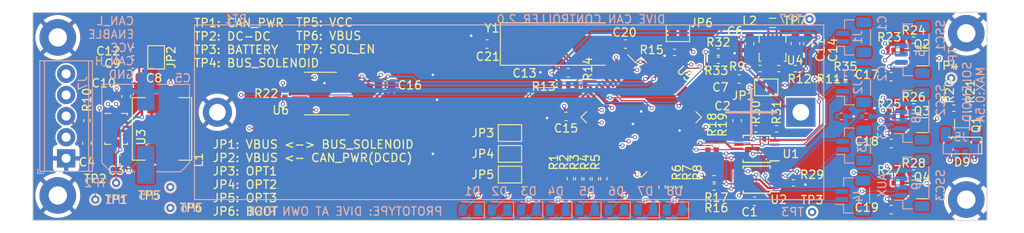
<source format=kicad_pcb>
(kicad_pcb (version 20221018) (generator pcbnew)
  (layers (0 "F.Cu" signal) (1 "In1.Cu" signal) (2 "In2.Cu" signal) (31 "B.Cu" signal) (34 "B.Paste" user) (35 "F.Paste" user) (36 "B.SilkS" user "B.Silkscreen") (37 "F.SilkS" user "F.Silkscreen") (38 "B.Mask" user) (39 "F.Mask" user) (44 "Edge.Cuts" user))
  (net 0 "")
  (net 1 "/BUS_SOLENOID")
  (net 2 "/SSC1_RX")
  (net 3 "/SSC1_TX")
  (net 4 "/SSC2_TX")
  (net 5 "/SSC2_RX")
  (net 6 "/SSC3_TX")
  (net 7 "/SSC3_RX")
  (net 8 "GNDREF")
  (net 9 "VCC")
  (net 10 "/CAN_PWR")
  (net 11 "/~{CAN_EN}")
  (net 12 "VBUS")
  (net 13 "/CAN Power Converter/OUT_BOOST")
  (net 14 "Net-(JP3-A)")
  (net 15 "Net-(JP4-A)")
  (net 16 "Net-(JP5-A)")
  (net 17 "Net-(D4-A)")
  (net 18 "/SDA")
  (net 19 "/SCL")
  (net 20 "/SSC1_EN")
  (net 21 "/SSC2_EN")
  (net 22 "/SSC3_EN")
  (net 23 "/SOLENOID")
  (net 24 "/BOOT")
  (net 25 "/ALRT_ADC1")
  (net 26 "/ALRT_ADC2")
  (net 27 "Net-(D7-A)")
  (net 28 "/LED_0")
  (net 29 "Net-(D1-A)")
  (net 30 "/LED_1")
  (net 31 "Net-(D2-A)")
  (net 32 "/LED_2")
  (net 33 "/LED_3")
  (net 34 "Net-(D5-A)")
  (net 35 "/LED_4")
  (net 36 "Net-(D6-A)")
  (net 37 "/LED_5")
  (net 38 "Net-(D8-A)")
  (net 39 "/LED_6")
  (net 40 "Net-(D3-A)")
  (net 41 "Net-(D9-A)")
  (net 42 "/LED_7")
  (net 43 "/CAN_SHDN")
  (net 44 "/CAN_SILENT")
  (net 45 "/PWR_RDY")
  (net 46 "Net-(J7-Pin_2)")
  (net 47 "/CONVERTER_EN")
  (net 48 "Net-(J1-Pin_1)")
  (net 49 "Net-(Q1-G)")
  (net 50 "Net-(J1-Pin_2)")
  (net 51 "Net-(J2-Pin_1)")
  (net 52 "Net-(J2-Pin_2)")
  (net 53 "Net-(U3-CAP)")
  (net 54 "Net-(U4-PS{slash}SYNC)")
  (net 55 "Net-(U5-NRST)")
  (net 56 "Net-(J6-Pin_1)")
  (net 57 "Net-(J8-Pin_1)")
  (net 58 "Net-(J9-Pin_1)")
  (net 59 "Net-(J3-Pin_1)")
  (net 60 "Net-(J3-Pin_2)")
  (net 61 "Net-(J4-Pin_1)")
  (net 62 "Net-(J4-Pin_2)")
  (net 63 "Net-(J7-Pin_5)")
  (net 64 "Net-(U3-LX2)")
  (net 65 "Net-(U3-LX1)")
  (net 66 "Net-(U4-L2)")
  (net 67 "Net-(U4-L1)")
  (net 68 "Net-(Q2-G)")
  (net 69 "Net-(Q3-G)")
  (net 70 "Net-(Q4-G)")
  (net 71 "Net-(U3-START)")
  (net 72 "Net-(U4-FB)")
  (net 73 "Net-(U5-PC0)")
  (net 75 "Net-(U5-PB8)")
  (net 76 "Net-(U5-PB9)")
  (net 77 "/BATTERY")
  (net 78 "Net-(U5-PC3)")
  (net 79 "Net-(U5-PH0)")
  (net 80 "Net-(U5-PH1)")
  (footprint "Resistor_SMD:R_0402_1005Metric" (layer "F.Cu") (at 145 92 90)
    (fp_text reference "R3")
    (fp_text value "10k")
  )
  (footprint "Resistor_SMD:R_0402_1005Metric" (layer "F.Cu") (at 159.5 88 -90)
    (fp_text reference "R18")
    (fp_text value "10k")
  )
  (footprint "Inductor_SMD:L_0805_2012Metric" (layer "F.Cu") (at 167.25 73.25 180)
    (fp_text reference "L2")
    (fp_text value "2.2u")
  )
  (footprint "Capacitor_SMD:C_0603_1608Metric" (layer "F.Cu") (at 90.5 76.7)
    (fp_text reference "C12")
    (fp_text value "10u")
  )
  (footprint "Resistor_SMD:R_0402_1005Metric" (layer "F.Cu") (at 155.5 76.8 180)
    (fp_text reference "R15")
    (fp_text value "10k")
  )
  (footprint "Jumper:SolderJumper-2_P1.3mm_Open_Pad1.0x1.5mm" (layer "F.Cu") (at 135.75 91.5 180)
    (fp_text reference "JP5")
    (fp_text value "~")
  )
  (footprint "Jumper:SolderJumper-2_P1.3mm_Open_Pad1.0x1.5mm" (layer "F.Cu") (at 93.3 77.4 -90)
    (fp_text reference "JP2")
    (fp_text value "~")
  )
  (footprint "Resistor_SMD:R_0402_1005Metric" (layer "F.Cu") (at 154 92.99 90)
    (fp_text reference "R6")
    (fp_text value "10k")
  )
  (footprint "Resistor_SMD:R_0402_1005Metric" (layer "F.Cu") (at 184.1875 83.35)
    (fp_text reference "R26")
    (fp_text value "10k")
  )
  (footprint "Package_TO_SOT_SMD:SOT-523" (layer "F.Cu") (at 190 85.5 -90)
    (fp_text reference "Q1")
    (fp_text value "DMG1012T")
  )
  (footprint "Capacitor_SMD:C_0603_1608Metric" (layer "F.Cu") (at 90.5 78.2)
    (fp_text reference "C9")
    (fp_text value "10u")
  )
  (footprint "Resistor_SMD:R_0402_1005Metric" (layer "F.Cu") (at 143 91.99 90)
    (fp_text reference "R1")
    (fp_text value "10k")
  )
  (footprint "Capacitor_SMD:C_0603_1608Metric" (layer "F.Cu") (at 90.5 79.8)
    (fp_text reference "C8")
    (fp_text value "10u")
  )
  (footprint "Resistor_SMD:R_0402_1005Metric" (layer "F.Cu") (at 176 80)
    (fp_text reference "R35")
    (fp_text value "200")
  )
  (footprint "Capacitor_SMD:C_0603_1608Metric" (layer "F.Cu") (at 149.6 75.8 180)
    (fp_text reference "C20")
    (fp_text value "20p")
  )
  (footprint "Resistor_SMD:R_0402_1005Metric" (layer "F.Cu") (at 160.5 87.99 -90)
    (fp_text reference "R19")
    (fp_text value "10k")
  )
  (footprint "Capacitor_SMD:C_0603_1608Metric" (layer "F.Cu") (at 181.4875 79.725 180)
    (fp_text reference "C17")
    (fp_text value "100n")
  )
  (footprint "Resistor_SMD:R_0402_1005Metric" (layer "F.Cu") (at 170 78.75 180)
    (fp_text reference "R11")
    (fp_text value "1M")
  )
  (footprint "Capacitor_SMD:C_0603_1608Metric" (layer "F.Cu") (at 163 85 90)
    (fp_text reference "C2")
    (fp_text value "100n")
  )
  (footprint "Capacitor_SMD:C_0603_1608Metric" (layer "F.Cu") (at 164.5 75.75 90)
    (fp_text reference "C6")
    (fp_text value "10u")
  )
  (footprint "Resistor_SMD:R_0402_1005Metric" (layer "F.Cu") (at 156 93 90)
    (fp_text reference "R8")
    (fp_text value "10k")
  )
  (footprint "Capacitor_SMD:C_0603_1608Metric" (layer "F.Cu") (at 142.75 79.25)
    (fp_text reference "C13")
    (fp_text value "100n")
  )
  (footprint "Resistor_SMD:R_0402_1005Metric" (layer "F.Cu") (at 168 78.75 180)
    (fp_text reference "R12")
    (fp_text value "178k")
  )
  (footprint "Capacitor_SMD:C_0603_1608Metric" (layer "F.Cu") (at 163.25 80)
    (fp_text reference "C7")
    (fp_text value "100n")
  )
  (footprint "Resistor_SMD:R_0402_1005Metric" (layer "F.Cu") (at 144.25 80.75 180)
    (fp_text reference "R14")
    (fp_text value "10k")
  )
  (footprint "Jumper:SolderJumper-2_P1.3mm_Open_Pad1.0x1.5mm" (layer "F.Cu") (at 135.75 89 180)
    (fp_text reference "JP4")
    (fp_text value "~")
  )
  (footprint "Inductor_SMD:L_Sunlord_MWSA0604S" (layer "F.Cu") (at 94 86 90)
    (fp_text reference "L1")
    (fp_text value "15u")
  )
  (footprint "Resistor_SMD:R_0402_1005Metric" (layer "F.Cu") (at 182.2875 76.525 180)
    (fp_text reference "R23")
    (fp_text value "200")
  )
  (footprint "Resistor_SMD:R_0402_1005Metric" (layer "F.Cu") (at 165.25 86)
    (fp_text reference "R30")
    (fp_text value "10k")
  )
  (footprint "Capacitor_SMD:C_0603_1608Metric" (layer "F.Cu") (at 89.7 82.1 90)
    (fp_text reference "C10")
    (fp_text value "1u")
  )
  (footprint "Resistor_SMD:R_0402_1005Metric" (layer "F.Cu") (at 160.75 76.76)
    (fp_text reference "R32")
    (fp_text value "10k")
  )
  (footprint "Resistor_SMD:R_0402_1005Metric" (layer "F.Cu") (at 155 93 90)
    (fp_text reference "R7")
    (fp_text value "10k")
  )
  (footprint "Capacitor_SMD:C_0603_1608Metric" (layer "F.Cu") (at 181.4875 87.75 180)
    (fp_text reference "C18")
    (fp_text value "100n")
  )
  (footprint "Resistor_SMD:R_0402_1005Metric" (layer "F.Cu") (at 108.75 81.75 90)
    (fp_text reference "R22")
    (fp_text value "560")
  )
  (footprint "Package_SO:SOIC-8_3.9x4.9mm_P1.27mm" (layer "F.Cu") (at 113 81.75 180)
    (fp_text reference "U6")
    (fp_text value "TCAN33X")
  )
  (footprint "Resistor_SMD:R_0402_1005Metric" (layer "F.Cu") (at 189 83.5 180)
    (fp_text reference "R20")
    (fp_text value "200")
  )
  (footprint "Capacitor_SMD:C_0603_1608Metric" (layer "F.Cu") (at 85 87.725 -90)
    (fp_text reference "C4")
    (fp_text value "100n")
  )
  (footprint "Capacitor_SMD:C_0603_1608Metric" (layer "F.Cu") (at 171.5 75.75 -90)
    (fp_text reference "C14")
    (fp_text value "10u")
  )
  (footprint "Capacitor_SMD:C_0603_1608Metric" (layer "F.Cu") (at 142.475 84.5 180)
    (fp_text reference "C15")
    (fp_text value "100n")
  )
  (footprint "Capacitor_SMD:C_0603_1608Metric" (layer "F.Cu") (at 170 75.75 -90)
    (fp_text reference "C11")
    (fp_text value "10u")
  )
  (footprint "Resistor_SMD:R_0402_1005Metric" (layer "F.Cu") (at 167.75 86)
    (fp_text reference "R31")
    (fp_text value "10k")
  )
  (footprint "Resistor_SMD:R_0402_1005Metric" (layer "F.Cu") (at 165.75 78.75)
    (fp_text reference "R9")
    (fp_text value "10K")
  )
  (footprint "MountingHole:MountingHole_2.2mm_M2_Pad" (layer "F.Cu") (at 190.5 94.5)
    (fp_text reference "H3" hide)
    (fp_text value "MountingHole_Pad")
  )
  (footprint "Resistor_SMD:R_0402_1005Metric" (layer "F.Cu") (at 160.75 77.75)
    (fp_text reference "R33")
    (fp_text value "10k")
  )
  (footprint "Crystal:Crystal_SMD_HC49-SD" (layer "F.Cu") (at 141.3 75.8)
    (fp_text reference "Y1")
    (fp_text value "8MHz")
  )
  (footprint "MountingHole:MountingHole_2.2mm_M2_Pad" (layer "F.Cu") (at 81.5 94)
    (fp_text reference "H4" hide)
    (fp_text value "MountingHole_Pad")
  )
  (footprint "Resistor_SMD:R_0402_1005Metric" (layer "F.Cu") (at 146 92 90)
    (fp_text reference "R4")
    (fp_text value "10k")
  )
  (footprint "TestPoint:TestPoint_THTPad_D1.0mm_Drill0.5mm" (layer "F.Cu") (at 172 96)
    (fp_text reference "TP3")
    (fp_text value "BATTERY")
  )
  (footprint "Resistor_SMD:R_0402_1005Metric" (layer "F.Cu") (at 184.1875 75.325)
    (fp_text reference "R24")
    (fp_text value "10k")
  )
  (footprint "Capacitor_SMD:C_0603_1608Metric" (layer "F.Cu") (at 88.9 89.7 180)
    (fp_text reference "C3")
    (fp_text value "100n")
  )
  (footprint "MountingHole:MountingHole_2.2mm_M2_Pad" (layer "F.Cu") (at 81.5 75)
    (fp_text reference "H1" hide)
    (fp_text value "MountingHole_Pad")
  )
  (footprint "Resistor_SMD:R_0402_1005Metric" (layer "F.Cu") (at 182.2875 84.55 180)
    (fp_text reference "R25")
    (fp_text value "200")
  )
  (footprint "Capacitor_SMD:C_0603_1608Metric" (layer "F.Cu") (at 181.4875 95.7 180)
    (fp_text reference "C19")
    (fp_text value "100n")
  )
  (footprint "Jumper:SolderJumper-2_P1.3mm_Open_Pad1.0x1.5mm" (layer "F.Cu") (at 135.75 86.5 180)
    (fp_text reference "JP3")
    (fp_text value "~")
  )
  (footprint "Package_TO_SOT_SMD:SOT-523" (layer "F.Cu") (at 185.1875 77.525)
    (fp_text reference "Q2")
    (fp_text value "DMG1012T")
  )
  (footprint "Resistor_SMD:R_0402_1005Metric" (layer "F.Cu") (at 144 92 90)
    (fp_text reference "R2")
    (fp_text value "10k")
  )
  (footprint "Resistor_SMD:R_0402_1005Metric" (layer "F.Cu") (at 182.2875 92.5 180)
    (fp_text reference "R27")
    (fp_text value "200")
  )
  (footprint "Resistor_SMD:R_0402_1005Metric" (layer "F.Cu") (at 184.1875 91.3)
    (fp_text reference "R28")
    (fp_text value "10k")
  )
  (footprint "Resistor_SMD:R_0402_1005Metric" (layer "F.Cu") (at 85 85 90)
    (fp_text reference "R10")
    (fp_text value "10k")
  )
  (footprint "Jumper:SolderJumper-2_P1.3mm_Open_Pad1.0x1.5mm" (layer "F.Cu") (at 155.9 74.5)
    (fp_text reference "JP6")
    (fp_text value "~")
  )
  (footprint "Resistor_SMD:R_0402_1005Metric" (layer "F.Cu") (at 160.25 92.99)
    (fp_text reference "R16")
    (fp_text value "10k")
  )
  (footprint "Package_SO:TSSOP-10_3x3mm_P0.5mm" (layer "F.Cu") (at 165.35 88.4 180)
    (fp_text reference "U1")
    (fp_text value "ADS1115IDGS")
  )
  (footprint "Capacitor_SMD:C_0603_1608Metric" (layer "F.Cu") (at 165.1 94.7)
    (fp_text reference "C1")
    (fp_text value "100n")
  )
  (footprint "Package_TO_SOT_SMD:SOT-523" (layer "F.Cu") (at 185.1875 85.55)
    (fp_text reference "Q3")
    (fp_text value "DMG1012T")
  )
  (footprint "Jumper:SolderJumper-2_P1.3mm_Open_Pad1.0x1.5mm" (layer "F.Cu") (at 166.5 81 180)
    (fp_text reference "JP1")
    (fp_text value "~")
  )
  (footprint "Resistor_SMD:R_0402_1005Metric" (layer "F.Cu") (at 142.25 80.75 180)
    (fp_text reference "R13")
    (fp_text value "10k")
  )
  (footprint "Package_SO:TSSOP-10_3x3mm_P0.5mm" (layer "F.Cu") (at 165.35 92.1 180)
    (fp_text reference "U2")
    (fp_text value "ADS1115IDGS")
  )
  (footprint "Package_QFP:LQFP-64_10x10mm_P0.5mm" (layer "F.Cu") (at 151.5 84.6 -45)
    (fp_text reference "U5")
    (fp_text value "STM32L431RCTx")
  )
  (footprint "MountingHole:MountingHole_2.2mm_M2_Pad" (layer "F.Cu") (at 190.5 74.5)
    (fp_text reference "H2" hide)
    (fp_text value "MountingHole_Pad")
  )
  (footprint "Capacitor_SMD:C_0603_1608Metric" (layer "F.Cu") (at 120.75 80.75)
    (fp_text reference "C16")
    (fp_text value "100n")
  )
  (footprint "Package_DFN_QFN:DHVQFN-16-1EP_2.5x3.5mm_P0.5mm_EP1x2mm" (layer "F.Cu") (at 88.5 86)
    (fp_text reference "U3")
    (fp_text value "NBM7100A")
  )
  (footprint "Capacitor_SMD:C_0603_1608Metric" (layer "F.Cu") (at 133 75.8)
    (fp_text reference "C21")
    (fp_text value "20p")
  )
  (footprint "Diode_SMD:D_SOD-123" (layer "F.Cu") (at 190 88 180)
    (fp_text reference "D9")
    (fp_text value "MBR0520")
  )
  (footprint "Package_SON:Texas_DRC0010J" (layer "F.Cu") (at 167.25 76.25 -90)
    (fp_text reference "U4")
    (fp_text value "TPS63000")
  )
  (footprint "Package_TO_SOT_SMD:SOT-523" (layer "F.Cu") (at 185.1875 93.5)
    (fp_text reference "Q4")
    (fp_text value "DMG1012T")
  )
  (footprint "Resistor_SMD:R_0402_1005Metric" (layer "F.Cu") (at 191 83.5)
    (fp_text reference "R21")
    (fp_text value "10k")
  )
  (footprint "Resistor_SMD:R_0402_1005Metric" (layer "F.Cu") (at 169.75 92.5)
    (fp_text reference "R29")
    (fp_text value "10k")
  )
  (footprint "Resistor_SMD:R_0402_1005Metric" (layer "F.Cu") (at 147 92 90)
    (fp_text reference "R5")
    (fp_text value "10k")
  )
  (footprint "Resistor_SMD:R_0402_1005Metric" (layer "F.Cu") (at 160.25 92)
    (fp_text reference "R17")
    (fp_text value "10k")
  )
  (footprint "TestPoint:TestPoint_THTPad_D1.0mm_Drill0.5mm" (layer "B.Cu") (at 188.7 79.9 180)
    (fp_text reference "TP4")
    (fp_text value "BUS_SOLENOID")
  )
  (footprint "Connector_JST:JST_SH_BM02B-SRSS-TB_1x02-1MP_P1.00mm_Vertical" (layer "B.Cu") (at 176.894277 94 90)
    (fp_text reference "J4")
    (fp_text value "AUX")
  )
  (footprint "TestPoint:TestPoint_THTPad_D1.0mm_Drill0.5mm" (layer "B.Cu") (at 95 95.5 -90)
    (fp_text reference "TP6")
    (fp_text value "VBUS")
  )
  (footprint "LED_SMD:LED_0805_2012Metric" (layer "B.Cu") (at 131 95.75 180)
    (fp_text reference "D1")
    (fp_text value "LED")
  )
  (footprint "LED_SMD:LED_0805_2012Metric" (layer "B.Cu") (at 138 95.75 180)
    (fp_text reference "D3")
    (fp_text value "LED")
  )
  (footprint "Resistor_SMD:R_0402_1005Metric" (layer "B.Cu") (at 178.49 84.5)
    (fp_text reference "R36" hide)
    (fp_text value "200")
  )
  (footprint "Connector_JST:JST_SH_BM04B-SRSS-TB_1x04-1MP_P1.00mm_Vertical" (layer "B.Cu") (at 184.025 76.5 90)
    (fp_text reference "J6")
    (fp_text value "SSC1")
  )
  (footprint "LED_SMD:LED_0805_2012Metric" (layer "B.Cu") (at 155.5 95.75 180)
    (fp_text reference "D8")
    (fp_text value "LED")
  )
  (footprint "Connector_JST:JST_SH_BM02B-SRSS-TB_1x02-1MP_P1.00mm_Vertical" (layer "B.Cu") (at 177 88 90)
    (fp_text reference "J3")
    (fp_text value "C3")
  )
  (footprint "TestPoint:TestPoint_THTPad_D1.0mm_Drill0.5mm" (layer "B.Cu") (at 86 94.5 -90)
    (fp_text reference "TP1")
    (fp_text value "CAN_PWR")
  )
  (footprint "Capacitor_SMD:C_Elec_10x10.2" (layer "B.Cu") (at 92.05 85.9 90)
    (fp_text reference "C5")
    (fp_text value "470u")
  )
  (footprint "TestPoint:TestPoint_THTPad_D1.0mm_Drill0.5mm" (layer "B.Cu") (at 88.5 92.5 90)
    (fp_text reference "TP2")
    (fp_text value "DCDC")
  )
  (footprint "TestPoint:TestPoint_THTPad_D1.0mm_Drill0.5mm" (layer "B.Cu") (at 95 93 -135)
    (fp_text reference "TP5")
    (fp_text value "VCC")
  )
  (footprint "Connector_JST:JST_SH_BM04B-SRSS-TB_1x04-1MP_P1.00mm_Vertical" (layer "B.Cu") (at 184 84.5 90)
    (fp_text reference "J8")
    (fp_text value "SSC1")
  )
  (footprint "Library:BatteryHolder_MPD_BH-18650-PC2" (layer "B.Cu") (at 135.65 84 180)
    (fp_text reference "BT1")
    (fp_text value "Battery_Cell")
  )
  (footprint "Connector_JST:JST_SH_BM02B-SRSS-TB_1x02-1MP_P1.00mm_Vertical" (layer "B.Cu") (at 177 75 90)
    (fp_text reference "J1")
    (fp_text value "C1")
  )
  (footprint "LED_SMD:LED_0805_2012Metric" (layer "B.Cu") (at 141.5 95.75 180)
    (fp_text reference "D4")
    (fp_text value "LED")
  )
  (footprint "Resistor_SMD:R_0402_1005Metric" (layer "B.Cu") (at 175.5 84.5)
    (fp_text reference "R34" hide)
    (fp_text value "200")
  )
  (footprint "TestPoint:TestPoint_THTPad_D1.0mm_Drill0.5mm" (layer "B.Cu") (at 171.7 72.8 180)
    (fp_text reference "TP7")
    (fp_text value "SOL_EN")
  )
  (footprint "Connector_JST:JST_SH_BM04B-SRSS-TB_1x04-1MP_P1.00mm_Vertical" (layer "B.Cu") (at 184 92.5 90)
    (fp_text reference "J9")
    (fp_text value "SSC1")
  )
  (footprint "LED_SMD:LED_0805_2012Metric" (layer "B.Cu") (at 145 95.75 180)
    (fp_text reference "D5")
    (fp_text value "LED")
  )
  (footprint "Connector_JST:JST_SH_BM02B-SRSS-TB_1x02-1MP_P1.00mm_Vertical" (layer "B.Cu") (at 189.85 87.875 180)
    (fp_text reference "J5")
    (fp_text value "Solenoid")
  )
  (footprint "LED_SMD:LED_0805_2012Metric" (layer "B.Cu") (at 148.5 95.75 180)
    (fp_text reference "D6")
    (fp_text value "LED")
  )
  (footprint "LED_SMD:LED_0805_2012Metric" (layer "B.Cu") (at 152 95.75 180)
    (fp_text reference "D7")
    (fp_text value "LED")
  )
  (footprint "LED_SMD:LED_0805_2012Metric" (layer "B.Cu") (at 134.5 95.75 180)
    (fp_text reference "D2")
    (fp_text value "LED")
  )
  (footprint "Connector_JST:JST_SH_BM02B-SRSS-TB_1x02-1MP_P1.00mm_Vertical" (layer "B.Cu") (at 177 81 90)
    (fp_text reference "J2")
    (fp_text value "C2")
  )
  (footprint "TerminalBlock_Phoenix:TerminalBlock_Phoenix_MPT-0,5-5-2.54_1x05_P2.54mm_Horizontal" (layer "B.Cu") (at 82.5 89.54 90)
    (fp_text reference "J7")
    (fp_text value "CAN")
  )
  (gr_line (start 161.7 84) (end 167.7 84) (stroke (width 0.3)) (layer "B.SilkS"))
  (gr_line (start 164.7 81.15) (end 164.7 86.85) (stroke (width 0.3)) (layer "B.SilkS"))
  (gr_line (start 193 72) (end 193 97) (stroke (width 0.1)) (layer "Edge.Cuts"))
  (gr_line (start 78.5 97) (end 78.5 72) (stroke (width 0.1)) (layer "Edge.Cuts"))
  (gr_line (start 78.5 72) (end 193 72) (stroke (width 0.1)) (layer "Edge.Cuts"))
  (gr_line (start 193 97) (end 78.5 97) (stroke (width 0.1)) (layer "Edge.Cuts"))
  (gr_text "SSC2\n" (at 188 80.5 90) (layer "B.SilkS") (effects (font (size 1 1)) (justify left bottom mirror)))
  (gr_text "CAN_L\nENABLE\nVCC\nCAN_H\nGND\n" (at 90.75 80.05) (layer "B.SilkS") (effects (font (size 1 1)) (justify left bottom mirror)))
  (gr_text "SSC3\n" (at 188 90.75 90) (layer "B.SilkS") (effects (font (size 1 1)) (justify left bottom mirror)))
  (gr_text "C2" (at 181 78.25 90) (layer "B.SilkS") (effects (font (size 1 1)) (justify left bottom mirror)))
  (gr_text "TP3" (at 169.65 96) (layer "B.SilkS") (effects (font (size 1 1)) (justify mirror)))
  (gr_text "C3\n" (at 181 85.25 90) (layer "B.SilkS") (effects (font (size 1 1)) (justify left bottom mirror)))
  (gr_text "SOLENOID\nMAX:0.5A" (at 192.8 85.3 90) (layer "B.SilkS") (effects (font (size 1 1)) (justify right bottom mirror)))
  (gr_text "SSC1" (at 188 72.75 90) (layer "B.SilkS") (effects (font (size 1 1)) (justify left bottom mirror)))
  (gr_text "C1" (at 181 72.25 90) (layer "B.SilkS") (effects (font (size 1 1)) (justify left bottom mirror)))
  (gr_text "AUX\n" (at 181 91.25 90) (layer "B.SilkS") (effects (font (size 1 1)) (justify left bottom mirror)))
  (gr_text "DIVE CAN CONTROLLER 2.0\n" (at 154.5 73.4) (layer "B.SilkS") (effects (font (size 1 1)) (justify left bottom mirror)))
  (gr_text "PROTOTYPE: DIVE AT OWN RISK" (at 127.75 96.5) (layer "B.SilkS") (effects (font (size 1 1)) (justify left bottom mirror)))
  (gr_text "TP2" (at 86 92) (layer "F.SilkS") (effects (font (size 1 1))))
  (gr_text "TP1" (at 88.5 94.5) (layer "F.SilkS") (effects (font (size 1 1))))
  (gr_text "TP5: VCC\nTP6: VBUS\nTP7: SOL_EN" (at 110 77) (layer "F.SilkS") (effects (font (size 1 1)) (justify left bottom)))
  (gr_text "TP6" (at 97.5 95.5) (layer "F.SilkS") (effects (font (size 1 1))))
  (gr_text "TP4" (at 188.2 78.4) (layer "F.SilkS") (effects (font (size 1 1))))
  (gr_text "TP7" (at 169.95 73) (layer "F.SilkS") (effects (font (size 1 1))))
  (gr_text "TP5" (at 92.5 94) (layer "F.SilkS") (effects (font (size 1 1))))
  (gr_text "TP1: CAN_PWR  \nTP2: DC-DC    \nTP3: BATTERY   \nTP4: BUS_SOLENOID \n\n\n\n" (at 97.75 83.5) (layer "F.SilkS") (effects (font (size 1 1)) (justify left bottom)))
  (gr_text "JP1: VBUS <-> BUS_SOLENOID\nJP2: VBUS <- CAN_PWR(DCDC)\nJP3: OPT1\nJP4: OPT2\nJP5: OPT3\nJP6: BOOT" (at 100 96.5) (layer "F.SilkS") (effects (font (size 1 1)) (justify left bottom)))
  (segment (start 168.75 80.75) (end 167.4 80.75) (width 0.254) (layer "F.Cu") (net 1))
  (segment (start 168.375 74.975) (end 168.25 74.85) (width 0.254) (layer "F.Cu") (net 1))
  (segment (start 171.5 74.975) (end 170 74.975) (width 0.254) (layer "F.Cu") (net 1))
  (segment (start 191.65 89.6) (end 191.5 89.75) (width 0.254) (layer "F.Cu") (net 1))
  (segment (start 191.65 88) (end 191.65 89.6) (width 0.254) (layer "F.Cu") (net 1))
  (segment (start 172.75 75) (end 171.525 75) (width 0.254) (layer "F.Cu") (net 1))
  (segment (start 170.51 78.75) (end 171.25 78.75) (width 0.254) (layer "F.Cu") (net 1))
  (segment (start 170 74.975) (end 168.375 74.975) (width 0.254) (layer "F.Cu") (net 1))
  (segment (start 141.74 80.24) (end 140.75 79.25) (width 0.254) (layer "F.Cu") (net 1))
  (segment (start 141.74 80.75) (end 141.74 80.24) (width 0.254) (layer "F.Cu") (net 1))
  (via (at 168.75 80.75) (size 0.5) (drill 0.3) (layers "F.Cu" "B.Cu") (net 1))
  (via (at 191.5 89.75) (size 0.5) (drill 0.3) (layers "F.Cu" "B.Cu") (net 1))
  (via (at 172.75 75) (size 0.5) (drill 0.3) (layers "F.Cu" "B.Cu") (net 1))
  (via (at 140.75 79.25) (size 0.5) (drill 0.3) (layers "F.Cu" "B.Cu") (net 1))
  (via (at 171.25 78.75) (size 0.5) (drill 0.3) (layers "F.Cu" "B.Cu") (net 1))
  (segment (start 169.25 80.75) (end 168.75 80.75) (width 0.254) (layer "B.Cu") (net 1))
  (segment (start 190.95 89.2) (end 191.5 89.75) (width 0.254) (layer "B.Cu") (net 1))
  (segment (start 171.25 76.5) (end 171.25 78.75) (width 0.254) (layer "B.Cu") (net 1))
  (segment (start 145.527 74.473) (end 172.223 74.473) (width 0.254) (layer "B.Cu") (net 1))
  (segment (start 172.75 75) (end 171.25 76.5) (width 0.254) (layer "B.Cu") (net 1))
  (segment (start 171.25 78.75) (end 169.25 80.75) (width 0.254) (layer "B.Cu") (net 1))
  (segment (start 190.35 89.2) (end 190.95 89.2) (width 0.254) (layer "B.Cu") (net 1))
  (segment (start 140.75 79.25) (end 145.527 74.473) (width 0.254) (layer "B.Cu") (net 1))
  (segment (start 172.223 74.473) (end 172.75 75) (width 0.254) (layer "B.Cu") (net 1))
  (segment (start 157.5 78.25) (end 156.082234 78.25) (width 0.127) (layer "F.Cu") (net 2))
  (segment (start 156.082234 78.25) (end 154.628948 79.703286) (width 0.127) (layer "F.Cu") (net 2))
  (via (at 180.5 76.725) (size 0.5) (drill 0.3) (layers "F.Cu" "B.Cu") (net 2))
  (via (at 157.5 78.25) (size 0.5) (drill 0.3) (layers "F.Cu" "B.Cu") (net 2))
  (segment (start 182.7 77) (end 180.775 77) (width 0.127) (layer "B.Cu") (net 2))
  (segment (start 180.775 77) (end 180.5 76.725) (width 0.127) (layer "B.Cu") (net 2))
  (segment (start 158.2865 78.7135) (end 156.32584 78.7135) (width 0.127) (layer "F.Cu") (net 3))
  (segment (start 156.32584 78.7135) (end 154.982501 80.056839) (width 0.127) (layer "F.Cu") (net 3))
  (segment (start 158.5 78.5) (end 158.2865 78.7135) (width 0.127) (layer "F.Cu") (net 3))
  (via (at 158.5 78.5) (size 0.5) (drill 0.3) (layers "F.Cu" "B.Cu") (net 3))
  (via (at 180.75 75.725) (size 0.5) (drill 0.3) (layers "F.Cu" "B.Cu") (net 3))
  (segment (start 181.025 76) (end 180.75 75.725) (width 0.127) (layer "B.Cu") (net 3))
  (segment (start 182.7 76) (end 181.025 76) (width 0.127) (layer "B.Cu") (net 3))
  (segment (start 145.5467 85.25) (end 146.75 85.25) (width 0.127) (layer "F.Cu") (net 4))
  (segment (start 144.835519 85.961181) (end 145.5467 85.25) (width 0.127) (layer "F.Cu") (net 4))
  (via (at 146.75 85.25) (size 0.5) (drill 0.3) (layers "F.Cu" "B.Cu") (net 4))
  (via (at 180.5 83.75) (size 0.5) (drill 0.3) (layers "F.Cu" "B.Cu") (net 4))
  (segment (start 180.75 84) (end 182.675 84) (width 0.127) (layer "B.Cu") (net 4))
  (segment (start 180.5 83.75) (end 180.75 84) (width 0.127) (layer "B.Cu") (net 4))
  (segment (start 144.835519 83.238819) (end 145.3467 83.75) (width 0.127) (layer "F.Cu") (net 5))
  (segment (start 145.3467 83.75) (end 146.75 83.75) (width 0.127) (layer "F.Cu") (net 5))
  (via (at 146.75 83.75) (size 0.5) (drill 0.3) (layers "F.Cu" "B.Cu") (net 5))
  (via (at 180.25 85) (size 0.5) (drill 0.3) (layers "F.Cu" "B.Cu") (net 5))
  (segment (start 180.25 85) (end 182.675 85) (width 0.127) (layer "B.Cu") (net 5))
  (segment (start 181.975 85) (end 182.125 85.15) (width 0.127) (layer "B.Cu") (net 5))
  (segment (start 148.453554 88) (end 149.25 88) (width 0.127) (layer "F.Cu") (net 6))
  (segment (start 147.663946 88.789608) (end 148.453554 88) (width 0.127) (layer "F.Cu") (net 6))
  (via (at 177 91.25) (size 0.5) (drill 0.3) (layers "F.Cu" "B.Cu") (net 6))
  (via (at 149.25 88) (size 0.5) (drill 0.3) (layers "F.Cu" "B.Cu") (net 6))
  (segment (start 179.517238 92) (end 178.767238 91.25) (width 0.127) (layer "B.Cu") (net 6))
  (segment (start 178.767238 91.25) (end 177 91.25) (width 0.127) (layer "B.Cu") (net 6))
  (segment (start 182.675 92) (end 179.517238 92) (width 0.127) (layer "B.Cu") (net 6))
  (segment (start 147.310392 88.436054) (end 148.246446 87.5) (width 0.127) (layer "F.Cu") (net 7))
  (segment (start 148.246446 87.5) (end 150 87.5) (width 0.127) (layer "F.Cu") (net 7))
  (via (at 178 93.5) (size 0.5) (drill 0.3) (layers "F.Cu" "B.Cu") (net 7))
  (via (at 150 87.5) (size 0.5) (drill 0.3) (layers "F.Cu" "B.Cu") (net 7))
  (segment (start 182.125 93.1) (end 182.025 93) (width 0.127) (layer "B.Cu") (net 7))
  (segment (start 182.175 93.5) (end 182.675 93) (width 0.127) (layer "B.Cu") (net 7))
  (segment (start 178 93.5) (end 182.175 93.5) (width 0.127) (layer "B.Cu") (net 7))
  (segment (start 167.75 78.49) (end 167.75 77.65) (width 0.254) (layer "F.Cu") (net 8))
  (segment (start 147.460892 82.9) (end 148.9 82.9) (width 0.254) (layer "F.Cu") (net 8))
  (segment (start 164.5 76.525) (end 163.075 76.525) (width 0.254) (layer "F.Cu") (net 8))
  (segment (start 150.108721 85.791279) (end 150.5 85.4) (width 0.254) (layer "F.Cu") (net 8))
  (segment (start 146.249732 81.824606) (end 146.385498 81.824606) (width 0.254) (layer "F.Cu") (net 8))
  (segment (start 141.448 78.723) (end 139.877 78.723) (width 0.254) (layer "F.Cu") (net 8))
  (segment (start 145.712527 85.791279) (end 150.108721 85.791279) (width 0.254) (layer "F.Cu") (net 8))
  (segment (start 149.9 83.9) (end 151.5 83.9) (width 0.254) (layer "F.Cu") (net 8))
  (segment (start 145.175126 80.75) (end 146.249732 81.824606) (width 0.254) (layer "F.Cu") (net 8))
  (segment (start 88.5 86) (end 87.75 86.75) (width 0.254) (layer "F.Cu") (net 8))
  (segment (start 88.5 85.577401) (end 87.672599 84.75) (width 0.254) (layer "F.Cu") (net 8))
  (segment (start 170 76.525) (end 171.5 76.525) (width 0.254) (layer "F.Cu") (net 8))
  (segment (start 139.877 78.723) (end 139.4 79.2) (width 0.254) (layer "F.Cu") (net 8))
  (segment (start 88.75 86.25) (end 89.6875 86.25) (width 0.254) (layer "F.Cu") (net 8))
  (segment (start 168.056 92.1) (end 168.9665 93.0105) (width 0.127) (layer "F.Cu") (net 8))
  (segment (start 87.75 86.75) (end 87.3125 86.75) (width 0.254) (layer "F.Cu") (net 8))
  (segment (start 157.350973 85.854779) (end 156.445221 85.854779) (width 0.127) (layer "F.Cu") (net 8))
  (segment (start 167.75 77.65) (end 167.75 76.75) (width 0.254) (layer "F.Cu") (net 8))
  (segment (start 145.189072 86.314734) (end 145.712527 85.791279) (width 0.254) (layer "F.Cu") (net 8))
  (segment (start 153.214734 78.285266) (end 154.3 77.2) (width 0.254) (layer "F.Cu") (net 8))
  (segment (start 170.8895 93.0105) (end 171.2 92.7) (width 0.127) (layer "F.Cu") (net 8))
  (segment (start 144.76 80.75) (end 145.175126 80.75) (width 0.254) (layer "F.Cu") (net 8))
  (segment (start 140.4 84.5) (end 140.2 84.7) (width 0.254) (layer "F.Cu") (net 8))
  (segment (start 141.7 84.5) (end 140.4 84.5) (width 0.254) (layer "F.Cu") (net 8))
  (segment (start 148.9 82.9) (end 149.9 83.9) (width 0.254) (layer "F.Cu") (net 8))
  (segment (start 141.975 79.25) (end 141.448 78.723) (width 0.254) (layer "F.Cu") (net 8))
  (segment (start 167.25 76.25) (end 164.775 76.25) (width 0.254) (layer "F.Cu") (net 8))
  (segment (start 146.385498 81.824606) (end 147.460892 82.9) (width 0.254) (layer "F.Cu") (net 8))
  (segment (start 136.442 84.7) (end 140.2 84.7) (width 0.254) (layer "F.Cu") (net 8))
  (segment (start 135.1 86.5) (end 135.1 91.5) (width 0.254) (layer "F.Cu") (net 8))
  (segment (start 167.5 92.1) (end 168.056 92.1) (width 0.127) (layer "F.Cu") (net 8))
  (segment (start 88.25 85.75) (end 87.3125 85.75) (width 0.254) (layer "F.Cu") (net 8))
  (segment (start 163.075 76.525) (end 162.7 76.9) (width 0.254) (layer "F.Cu") (net 8))
  (segment (start 156.445221 85.854779) (end 156.1 86.2) (width 0.127) (layer "F.Cu") (net 8))
  (segment (start 167.25 74.85) (end 167.25 76.25) (width 0.254) (layer "F.Cu") (net 8))
  (segment (start 167.25 76.25) (end 169.725 76.25) (width 0.254) (layer "F.Cu") (net 8))
  (segment (start 168.9665 93.0105) (end 170.8895 93.0105) (width 0.127) (layer "F.Cu") (net 8))
  (segment (start 87.672599 84.75) (end 87.3125 84.75) (width 0.254) (layer "F.Cu") (net 8))
  (segment (start 135.1 86.042) (end 136.442 84.7) (width 0.254) (layer "F.Cu") (net 8))
  (segment (start 167.49 78.75) (end 167.75 78.49) (width 0.254) (layer "F.Cu") (net 8))
  (via (at 126.5 79.5) (size 0.5) (drill 0.3) (layers "F.Cu" "B.Cu") (net 8))
  (via (at 151.5 83.9) (size 0.5) (drill 0.3) (layers "F.Cu" "B.Cu") (net 8))
  (via (at 154.3 77.2) (size 0.5) (drill 0.3) (layers "F.Cu" "B.Cu") (net 8))
  (via (at 127 82.5) (size 0.5) (drill 0.3) (layers "F.Cu" "B.Cu") (net 8))
  (via (at 179.5 83.5) (size 0.5) (drill 0.3) (layers "F.Cu" "B.Cu") (net 8))
  (via (at 162.7 76.9) (size 0.5) (drill 0.3) (layers "F.Cu" "B.Cu") (net 8))
  (via (at 171.2 92.7) (size 0.5) (drill 0.3) (layers "F.Cu" "B.Cu") (net 8))
  (via (at 113.5 80.5) (size 0.5) (drill 0.3) (layers "F.Cu" "B.Cu") (net 8))
  (via (at 156.1 86.2) (size 0.5) (drill 0.3) (layers "F.Cu" "B.Cu") (net 8))
  (via (at 177 84.5) (size 0.5) (drill 0.3) (layers "F.Cu" "B.Cu") (net 8))
  (via (at 150.5 85.4) (size 0.5) (drill 0.3) (layers "F.Cu" "B.Cu") (net 8))
  (via (at 139.4 79.2) (size 0.5) (drill 0.3) (layers "F.Cu" "B.Cu") (net 8))
  (via (at 140.2 84.7) (size 0.5) (drill 0.3) (layers "F.Cu" "B.Cu") (net 8))
  (via (at 126.5 89) (size 0.5) (drill 0.3) (layers "F.Cu" "B.Cu") (net 8))
  (via (at 131.1 74.8) (size 0.5) (drill 0.3) (layers "F.Cu" "B.Cu") (net 8))
  (segment (start 141.627 96.873) (end 140.0605 96.873) (width 0.254) (layer "B.Cu") (net 8))
  (segment (start 143.3915 96.704) (end 142.4375 95.75) (width 0.254) (layer "B.Cu") (net 8))
  (segment (start 138.9375 95.75) (end 137.9835 96.704) (width 0.254) (layer "B.Cu") (net 8))
  (segment (start 142.4375 96.0625) (end 141.627 96.873) (width 0.254) (layer "B.Cu") (net 8))
  (segment (start 150.3915 96.704) (end 151.9835 96.704) (width 0.254) (layer "B.Cu") (net 8))
  (segment (start 91.275 82.225) (end 91.275 81.8) (width 0.254) (layer "B.Cu") (net 8))
  (segment (start 152.9375 95.75) (end 153.8915 96.704) (width 0.254) (layer "B.Cu") (net 8))
  (segment (start 135.4375 95.75) (end 134.4835 96.704) (width 0.254) (layer "B.Cu") (net 8))
  (segment (start 132.8915 96.704) (end 131.9375 95.75) (width 0.254) (layer "B.Cu") (net 8))
  (segment (start 134.4835 96.704) (end 132.8915 96.704) (width 0.254) (layer "B.Cu") (net 8))
  (segment (start 149.4375 95.75) (end 148.4835 96.704) (width 0.254) (layer "B.Cu") (net 8))
  (segment (start 151.9835 96.704) (end 152.9375 95.75) (width 0.254) (layer "B.Cu") (net 8))
  (segment (start 146.8915 96.704) (end 145.9375 95.75) (width 0.254) (layer "B.Cu") (net 8))
  (segment (start 144.9835 96.704) (end 143.3915 96.704) (width 0.254) (layer "B.Cu") (net 8))
  (segment (start 136.3915 96.704) (end 135.4375 95.75) (width 0.254) (layer "B.Cu") (net 8))
  (segment (start 155.4835 96.704) (end 156.4375 95.75) (width 0.254) (layer "B.Cu") (net 8))
  (segment (start 137.9835 96.704) (end 136.3915 96.704) (width 0.254) (layer "B.Cu") (net 8))
  (segment (start 153.8915 96.704) (end 155.4835 96.704) (width 0.254) (layer "B.Cu") (net 8))
  (segment (start 140.0605 96.873) (end 138.9375 95.75) (width 0.254) (layer "B.Cu") (net 8))
  (segment (start 149.4375 95.75) (end 150.3915 96.704) (width 0.254) (layer "B.Cu") (net 8))
  (segment (start 148.4835 96.704) (end 146.8915 96.704) (width 0.254) (layer "B.Cu") (net 8))
  (segment (start 145.9375 95.75) (end 144.9835 96.704) (width 0.254) (layer "B.Cu") (net 8))
  (segment (start 145.372725 81.654705) (end 144.945295 81.654705) (width 0.254) (layer "F.Cu") (net 9))
  (segment (start 142.25 83.25) (end 142.25 83.5) (width 0.254) (layer "F.Cu") (net 9))
  (segment (start 119.25 80.223) (end 118.277 80.223) (width 0.254) (layer "F.Cu") (net 9))
  (segment (start 142.25 83.5) (end 143.25 84.5) (width 0.254) (layer "F.Cu") (net 9))
  (segment (start 164.325 92.421) (end 164.004 92.1) (width 0.254) (layer "F.Cu") (net 9))
  (segment (start 151.4 77.935519) (end 152.861181 77.935519) (width 0.254) (layer "F.Cu") (net 9))
  (segment (start 159.74 92) (end 159.74 92.99) (width 0.254) (layer "F.Cu") (net 9))
  (segment (start 118.277 80.223) (end 117.385 81.115) (width 0.254) (layer "F.Cu") (net 9))
  (segment (start 164.004 92.1) (end 163.2 92.1) (width 0.254) (layer "F.Cu") (net 9))
  (segment (start 89.6875 84.75) (end 89.6875 82.8875) (width 0.254) (layer "F.Cu") (net 9))
  (segment (start 164.325 93.75) (end 163.5 93.75) (width 0.254) (layer "F.Cu") (net 9))
  (segment (start 160.524 87.504) (end 161.5 87.504) (width 0.254) (layer "F.Cu") (net 9))
  (segment (start 162.396 88.4) (end 163.2 88.4) (width 0.254) (layer "F.Cu") (net 9))
  (segment (start 158.164481 85.961181) (end 159.5 87.2967) (width 0.254) (layer "F.Cu") (net 9))
  (segment (start 159.5 87.2967) (end 159.5 87.49) (width 0.254) (layer "F.Cu") (net 9))
  (segment (start 163 86.004) (end 163 85.775) (width 0.254) (layer "F.Cu") (net 9))
  (segment (start 159.25 92) (end 158.75 91.5) (width 0.254) (layer "F.Cu") (net 9))
  (segment (start 150.764481 91.264481) (end 151 91.5) (width 0.254) (layer "F.Cu") (net 9))
  (segment (start 166.696 93.1) (end 165.696 92.1) (width 0.254) (layer "F.Cu") (net 9))
  (segment (start 165.696 92.1) (end 163.2 92.1) (width 0.254) (layer "F.Cu") (net 9))
  (segment (start 157.641026 85.437726) (end 158.164481 85.961181) (width 0.254) (layer "F.Cu") (net 9))
  (segment (start 150.138819 91.264481) (end 150.764481 91.264481) (width 0.254) (layer "F.Cu") (net 9))
  (segment (start 159.038819 85.961181) (end 159.25 85.75) (width 0.254) (layer "F.Cu") (net 9))
  (segment (start 119.975 80.75) (end 119.448 80.223) (width 0.254) (layer "F.Cu") (net 9))
  (segment (start 163.5 93.75) (end 163.25 94) (width 0.254) (layer "F.Cu") (net 9))
  (segment (start 117.385 81.115) (end 115.475 81.115) (width 0.254) (layer "F.Cu") (net 9))
  (segment (start 144.945295 81.654705) (end 143.25 83.35) (width 0.254) (layer "F.Cu") (net 9))
  (segment (start 159.74 92) (end 159.25 92) (width 0.254) (layer "F.Cu") (net 9))
  (segment (start 161.5 87.504) (end 162.396 88.4) (width 0.254) (layer "F.Cu") (net 9))
  (segment (start 164.325 93.75) (end 164.325 92.421) (width 0.254) (layer "F.Cu") (net 9))
  (segment (start 119.448 80.223) (end 119.25 80.223) (width 0.254) (layer "F.Cu") (net 9))
  (segment (start 88.55 81.725) (end 88.55 81.15) (width 0.254) (layer "F.Cu") (net 9))
  (segment (start 156.55 74.5) (end 156.55 75.55) (width 0.254) (layer "F.Cu") (net 9))
  (segment (start 160.5 87.48) (end 160.524 87.504) (width 0.254) (layer "F.Cu") (net 9))
  (segment (start 119.527 80.223) (end 120.25 79.5) (width 0.254) (layer "F.Cu") (net 9))
  (segment (start 164.325 94.7) (end 164.325 93.75) (width 0.254) (layer "F.Cu") (net 9))
  (segment (start 161.5 87.504) (end 163 86.004) (width 0.254) (layer "F.Cu") (net 9))
  (segment (start 119.25 80.223) (end 119.527 80.223) (width 0.254) (layer "F.Cu") (net 9))
  (segment (start 167.5 93.1) (end 166.696 93.1) (width 0.254) (layer "F.Cu") (net 9))
  (segment (start 162.567 88.4) (end 163.25 88.4) (width 0.254) (layer "F.Cu") (net 9))
  (segment (start 144.610854 87.191742) (end 143.25 85.830888) (width 0.254) (layer "F.Cu") (net 9))
  (segment (start 156.55 75.55) (end 157.75 76.75) (width 0.254) (layer "F.Cu") (net 9))
  (segment (start 89.7 82.875) (end 88.55 81.725) (width 0.254) (layer "F.Cu") (net 9))
  (segment (start 150.138819 77.935519) (end 151.4 77.935519) (width 0.254) (layer "F.Cu") (net 9))
  (segment (start 143.25 85.830888) (end 143.25 84.5) (width 0.254) (layer "F.Cu") (net 9))
  (segment (start 158.164481 85.961181) (end 159.038819 85.961181) (width 0.254) (layer "F.Cu") (net 9))
  (segment (start 143.25 83.35) (end 143.25 84.5) (width 0.254) (layer "F.Cu") (net 9))
  (segment (start 159.5 87.49) (end 160.49 87.49) (width 0.254) (layer "F.Cu") (net 9))
  (segment (start 145.896179 82.178159) (end 145.372725 81.654705) (width 0.254) (layer "F.Cu") (net 9))
  (segment (start 145.01917 87.191742) (end 144.610854 87.191742) (width 0.254) (layer "F.Cu") (net 9))
  (segment (start 145.542625 86.668287) (end 145.01917 87.191742) (width 0.254) (layer "F.Cu") (net 9))
  (via (at 151 91.5) (size 0.5) (drill 0.3) (layers "F.Cu" "B.Cu") (net 9))
  (via (at 163.25 94) (size 0.5) (drill 0.3) (layers "F.Cu" "B.Cu") (net 9))
  (via (at 88.55 81.15) (size 0.5) (drill 0.3) (layers "F.Cu" "B.Cu") (net 9))
  (via (at 158.75 91.5) (size 0.5) (drill 0.3) (layers "F.Cu" "B.Cu") (net 9))
  (via (at 120.25 79.5) (size 0.5) (drill 0.3) (layers "F.Cu" "B.Cu") (net 9))
  (via (at 151.4 77.935519) (size 0.5) (drill 0.3) (layers "F.Cu" "B.Cu") (net 9))
  (via (at 157.75 76.75) (size 0.5) (drill 0.3) (layers "F.Cu" "B.Cu") (net 9))
  (via (at 142.25 83.25) (size 0.5) (drill 0.3) (layers "F.Cu" "B.Cu") (net 9))
  (via (at 159.25 85.75) (size 0.5) (drill 0.3) (layers "F.Cu" "B.Cu") (net 9))
  (segment (start 85.3 87.25) (end 87.3125 87.25) (width 0.254) (layer "F.Cu") (net 10))
  (segment (start 86 87.95) (end 86 94.5) (width 0.127) (layer "F.Cu") (net 10))
  (segment (start 85 86.95) (end 86 87.95) (width 0.127) (layer "F.Cu") (net 10))
  (segment (start 85 86.95) (end 85.3 87.25) (width 0.254) (layer "F.Cu") (net 10))
  (segment (start 84.99 86.95) (end 82.5 84.46) (width 0.254) (layer "F.Cu") (net 10))
  (segment (start 85 86.95) (end 84.99 86.95) (width 0.254) (layer "F.Cu") (net 10))
  (segment (start 156.03198 83.25) (end 157.103821 82.178159) (width 0.254) (layer "F.Cu") (net 11))
  (segment (start 156 83.25) (end 156.03198 83.25) (width 0.254) (layer "F.Cu") (net 11))
  (via (at 103.5 81.92) (size 0.5) (drill 0.3) (layers "F.Cu" "B.Cu") (net 11))
  (via (at 156 83.25) (size 0.5) (drill 0.3) (layers "F.Cu" "B.Cu") (net 11))
  (segment (start 146.17 81.92) (end 103.5 81.92) (width 0.127) (layer "B.Cu") (net 11))
  (segment (start 147.0365 82.7865) (end 146.17 81.92) (width 0.127) (layer "B.Cu") (net 11))
  (segment (start 155.5365 82.7865) (end 147.0365 82.7865) (width 0.127) (layer "B.Cu") (net 11))
  (segment (start 156 83.25) (end 155.5365 82.7865) (width 0.127) (layer "B.Cu") (net 11))
  (segment (start 186.2 85.55) (end 187 84.75) (width 0.254) (layer "F.Cu") (net 12))
  (segment (start 186.125 93.5) (end 186.5 93.5) (width 0.254) (layer "F.Cu") (net 12))
  (segment (start 187.225 77.525) (end 187.25 77.5) (width 0.254) (layer "F.Cu") (net 12))
  (segment (start 95.05 79.8) (end 95.05 80.4) (width 0.254) (layer "F.Cu") (net 12))
  (segment (start 186.125 77.525) (end 187.225 77.525) (width 0.254) (layer "F.Cu") (net 12))
  (segment (start 165.85 81) (end 164.5 81) (width 0.254) (layer "F.Cu") (net 12))
  (segment (start 93.3 78.05) (end 95.05 79.8) (width 0.254) (layer "F.Cu") (net 12))
  (segment (start 186.125 85.55) (end 186.2 85.55) (width 0.254) (layer "F.Cu") (net 12))
  (segment (start 186.125 92.875) (end 185.75 92.5) (width 0.254) (layer "F.Cu") (net 12))
  (segment (start 186.125 93.5) (end 186.125 92.875) (width 0.254) (layer "F.Cu") (net 12))
  (via (at 95.05 80.4) (size 0.5) (drill 0.3) (layers "F.Cu" "B.Cu") (net 12))
  (via (at 187 84.75) (size 0.5) (drill 0.3) (layers "F.Cu" "B.Cu") (net 12))
  (via (at 187.25 77.5) (size 0.5) (drill 0.3) (layers "F.Cu" "B.Cu") (net 12))
  (via (at 185.75 92.5) (size 0.5) (drill 0.3) (layers "F.Cu" "B.Cu") (net 12))
  (via (at 164.5 81) (size 0.5) (drill 0.3) (layers "F.Cu" "B.Cu") (net 12))
  (segment (start 91.6 83.5) (end 91.6 80.125) (width 0.254) (layer "F.Cu") (net 13))
  (segment (start 93.3 76.75) (end 91.325 76.75) (width 0.254) (layer "F.Cu") (net 13))
  (segment (start 91.6 83.5) (end 91.6 83.734368) (width 0.254) (layer "F.Cu") (net 13))
  (segment (start 90.084368 85.25) (end 89.6875 85.25) (width 0.254) (layer "F.Cu") (net 13))
  (segment (start 91.275 78.2) (end 91.275 76.7) (width 0.254) (layer "F.Cu") (net 13))
  (segment (start 88.75 88.05) (end 89 88.3) (width 0.254) (layer "F.Cu") (net 13))
  (segment (start 89 88.3) (end 89 88.5) (width 0.254) (layer "F.Cu") (net 13))
  (segment (start 88.75 87.6875) (end 88.75 88.05) (width 0.254) (layer "F.Cu") (net 13))
  (segment (start 91.275 79.8) (end 91.275 78.2) (width 0.254) (layer "F.Cu") (net 13))
  (segment (start 91.6 84.6) (end 91.6 83.5) (width 0.254) (layer "F.Cu") (net 13))
  (segment (start 91.6 80.125) (end 91.275 79.8) (width 0.254) (layer "F.Cu") (net 13))
  (segment (start 91.6 83.734368) (end 90.084368 85.25) (width 0.254) (layer "F.Cu") (net 13))
  (via (at 89 88.5) (size 0.5) (drill 0.3) (layers "F.Cu" "B.Cu") (net 13))
  (via (at 91.6 84.6) (size 0.5) (drill 0.3) (layers "F.Cu" "B.Cu") (net 13))
  (segment (start 88.5 89) (end 88.5 92) (width 0.254) (layer "B.Cu") (net 13))
  (segment (start 90.734368 84.6) (end 91.6 84.6) (width 0.254) (layer "B.Cu") (net 13))
  (segment (start 89 86.334368) (end 89 88.5) (width 0.254) (layer "B.Cu") (net 13))
  (segment (start 89 88.5) (end 88.5 89) (width 0.254) (layer "B.Cu") (net 13))
  (segment (start 89 86.334368) (end 90.734368 84.6) (width 0.254) (layer "B.Cu") (net 13))
  (segment (start 137.154 87.504) (end 137.154 88.404) (width 0.254) (layer "F.Cu") (net 14))
  (segment (start 137.273616 88.523616) (end 144.394404 88.523616) (width 0.254) (layer "F.Cu") (net 14))
  (segment (start 137.154 88.404) (end 137.273616 88.523616) (width 0.254) (layer "F.Cu") (net 14))
  (segment (start 136.4 86.75) (end 137.154 87.504) (width 0.254) (layer "F.Cu") (net 14))
  (segment (start 144.394404 88.523616) (end 145.896179 87.021841) (width 0.254) (layer "F.Cu") (net 14))
  (segment (start 146.249732 87.375394) (end 144.72051 88.904616) (width 0.254) (layer "F.Cu") (net 15))
  (segment (start 144.72051 88.904616) (end 136.495384 88.904616) (width 0.254) (layer "F.Cu") (net 15))
  (segment (start 136.4 91.5) (end 141.75 91.5) (width 0.254) (layer "F.Cu") (net 16))
  (segment (start 143.964384 89.285616) (end 141.75 91.5) (width 0.254) (layer "F.Cu") (net 16))
  (segment (start 146.603286 87.728948) (end 145.046618 89.285616) (width 0.254) (layer "F.Cu") (net 16))
  (segment (start 145.046618 89.285616) (end 143.964384 89.285616) (width 0.254) (layer "F.Cu") (net 16))
  (segment (start 144.01 94.5) (end 141.5 94.5) (width 0.254) (layer "F.Cu") (net 17))
  (segment (start 146 92.51) (end 144.01 94.5) (width 0.254) (layer "F.Cu") (net 17))
  (via (at 141.5 94.5) (size 0.5) (drill 0.3) (layers "F.Cu" "B.Cu") (net 17))
  (segment (start 141.5 94.5625) (end 140.5625 95.5) (width 0.254) (layer "B.Cu") (net 17))
  (segment (start 141.5 94.5) (end 141.5 94.5625) (width 0.254) (layer "B.Cu") (net 17))
  (segment (start 88.25 84.3125) (end 88.25 83.75) (width 0.127) (layer "F.Cu") (net 18))
  (segment (start 163.1795 88.9705) (end 163.25 88.9) (width 0.127) (layer "F.Cu") (net 18))
  (segment (start 157.638266 88.9705) (end 161.7 88.9705) (width 0.127) (layer "F.Cu") (net 18))
  (segment (start 88.25 83.75) (end 87.5 83) (width 0.127) (layer "F.Cu") (net 18))
  (segment (start 163.2 92.6) (end 161.7 92.6) (width 0.127) (layer "F.Cu") (net 18))
  (segment (start 161.36 92.6) (end 160.76 92) (width 0.127) (layer "F.Cu") (net 18))
  (segment (start 156.396714 87.728948) (end 157.638266 88.9705) (width 0.127) (layer "F.Cu") (net 18))
  (segment (start 161.7 88.9705) (end 163.1795 88.9705) (width 0.127) (layer "F.Cu") (net 18))
  (segment (start 161.7 92.6) (end 161.36 92.6) (width 0.127) (layer "F.Cu") (net 18))
  (via (at 161.7 88.9705) (size 0.5) (drill 0.3) (layers "F.Cu" "B.Cu") (net 18))
  (via (at 87.5 83) (size 0.5) (drill 0.3) (layers "F.Cu" "B.Cu") (net 18))
  (via (at 161.7 92.6) (size 0.5) (drill 0.3) (layers "F.Cu" "B.Cu") (net 18))
  (segment (start 161.7 92.6) (end 161.7 88.9705) (width 0.127) (layer "B.Cu") (net 18))
  (segment (start 162.3 89.4) (end 162.3 89.5) (width 0.127) (layer "F.Cu") (net 19))
  (segment (start 88.75 84.3125) (end 88.75 83.25) (width 0.127) (layer "F.Cu") (net 19))
  (segment (start 162.3 93.2) (end 160.97 93.2) (width 0.127) (layer "F.Cu") (net 19))
  (segment (start 163.2 93.1) (end 162.4 93.1) (width 0.127) (layer "F.Cu") (net 19))
  (segment (start 162.4 93.1) (end 162.3 93.2) (width 0.127) (layer "F.Cu") (net 19))
  (segment (start 162.3 89.5) (end 157.46066 89.5) (width 0.127) (layer "F.Cu") (net 19))
  (segment (start 163.25 89.4) (end 162.3 89.4) (width 0.127) (layer "F.Cu") (net 19))
  (segment (start 88.75 83.25) (end 88.5 83) (width 0.127) (layer "F.Cu") (net 19))
  (segment (start 156.043161 88.082501) (end 157.46066 89.5) (width 0.127) (layer "F.Cu") (net 19))
  (segment (start 160.97 93.2) (end 160.76 92.99) (width 0.127) (layer "F.Cu") (net 19))
  (via (at 162.3 93.2) (size 0.5) (drill 0.3) (layers "F.Cu" "B.Cu") (net 19))
  (via (at 162.3 89.5) (size 0.5) (drill 0.3) (layers "F.Cu" "B.Cu") (net 19))
  (via (at 88.5 83) (size 0.5) (drill 0.3) (layers "F.Cu" "B.Cu") (net 19))
  (segment (start 162.3 93.2) (end 162.3 89.5) (width 0.127) (layer "B.Cu") (net 19))
  (segment (start 180.75 77.75) (end 181.7775 76.7225) (width 0.127) (layer "F.Cu") (net 20))
  (segment (start 156.496446 79.25) (end 157.25 79.25) (width 0.127) (layer "F.Cu") (net 20))
  (segment (start 155.336054 80.410392) (end 156.496446 79.25) (width 0.127) (layer "F.Cu") (net 20))
  (segment (start 181.7775 76.7225) (end 181.7775 76.525) (width 0.127) (layer "F.Cu") (net 20))
  (via (at 180.75 77.75) (size 0.5) (drill 0.3) (layers "F.Cu" "B.Cu") (net 20))
  (via (at 157.25 79.25) (size 0.5) (drill 0.3) (layers "F.Cu" "B.Cu") (net 20))
  (segment (start 145.189072 82.885266) (end 145.649027 83.345221) (width 0.127) (layer "F.Cu") (net 21))
  (segment (start 146.404779 83.345221) (end 146.4635 83.2865) (width 0.127) (layer "F.Cu") (net 21))
  (segment (start 147.7865 83.2865) (end 148 83.5) (width 0.127) (layer "F.Cu") (net 21))
  (segment (start 146.4635 83.2865) (end 147.7865 83.2865) (width 0.127) (layer "F.Cu") (net 21))
  (segment (start 181.7775 84.55) (end 181.7775 83.5275) (width 0.127) (layer "F.Cu") (net 21))
  (segment (start 145.649027 83.345221) (end 146.404779 83.345221) (width 0.127) (layer "F.Cu") (net 21))
  (segment (start 181.7775 83.5275) (end 180.5 82.25) (width 0.127) (layer "F.Cu") (net 21))
  (via (at 148 83.5) (size 0.5) (drill 0.3) (layers "F.Cu" "B.Cu") (net 21))
  (via (at 180.5 82.25) (size 0.5) (drill 0.3) (layers "F.Cu" "B.Cu") (net 21))
  (segment (start 181.7775 91.2775) (end 181 90.5) (width 0.127) (layer "F.Cu") (net 22))
  (segment (start 146.956839 88.082501) (end 148.03934 87) (width 0.127) (layer "F.Cu") (net 22))
  (segment (start 148.03934 87) (end 150.75 87) (width 0.127) (layer "F.Cu") (net 22))
  (segment (start 181.7775 92.5) (end 181.7775 91.2775) (width 0.127) (layer "F.Cu") (net 22))
  (via (at 181 90.5) (size 0.5) (drill 0.3) (layers "F.Cu" "B.Cu") (net 22))
  (via (at 150.75 87) (size 0.5) (drill 0.3) (layers "F.Cu" "B.Cu") (net 22))
  (segment (start 188.49 83.24) (end 187.75 82.5) (width 0.127) (layer "F.Cu") (net 23))
  (segment (start 151.8325 82.5825) (end 149.128946 82.5825) (width 0.127) (layer "F.Cu") (net 23))
  (segment (start 149.128946 82.5825) (end 147.310392 80.763946) (width 0.127) (layer "F.Cu") (net 23))
  (segment (start 152.75 83.5) (end 151.8325 82.5825) (width 0.127) (layer "F.Cu") (net 23))
  (segment (start 188.49 83.5) (end 188.49 83.24) (width 0.127) (layer "F.Cu") (net 23))
  (via (at 187.75 82.5) (size 0.5) (drill 0.3) (layers "F.Cu" "B.Cu") (net 23))
  (via (at 152.75 83.5) (size 0.5) (drill 0.3) (layers "F.Cu" "B.Cu") (net 23))
  (segment (start 155 78.625126) (end 154.275394 79.349732) (width 0.254) (layer "F.Cu") (net 24))
  (segment (start 155 78.625126) (end 155 74.7) (width 0.254) (layer "F.Cu") (net 24))
  (segment (start 158.1 88.5) (end 159.49 88.5) (width 0.127) (layer "F.Cu") (net 25))
  (segment (start 156.750268 87.375394) (end 157.874874 88.5) (width 0.127) (layer "F.Cu") (net 25))
  (segment (start 157.874874 88.5) (end 158.1 88.5) (width 0.127) (layer "F.Cu") (net 25))
  (segment (start 165 88.9) (end 167.55 88.9) (width 0.127) (layer "F.Cu") (net 25))
  (segment (start 164.9 89) (end 165 88.9) (width 0.127) (layer "F.Cu") (net 25))
  (via (at 158.1 88.5) (size 0.5) (drill 0.3) (layers "F.Cu" "B.Cu") (net 25))
  (via (at 164.9 89) (size 0.5) (drill 0.3) (layers "F.Cu" "B.Cu") (net 25))
  (segment (start 158.1 88.5) (end 164.4 88.5) (width 0.127) (layer "B.Cu") (net 25))
  (segment (start 164.4 88.5) (end 164.9 89) (width 0.127) (layer "B.Cu") (net 25))
  (segment (start 166.4 92.177) (end 166.823 92.6) (width 0.127) (layer "F.Cu") (net 26))
  (segment (start 158.35498 87.7) (end 158.6 87.7) (width 0.127) (layer "F.Cu") (net 26))
  (segment (start 159.9865 87.9865) (end 160.5 88.5) (width 0.127) (layer "F.Cu") (net 26))
  (segment (start 166.823 92.6) (end 167.5 92.6) (width 0.127) (layer "F.Cu") (net 26))
  (segment (start 166.4 91.6) (end 166.4 92.177) (width 0.127) (layer "F.Cu") (net 26))
  (segment (start 157.103821 87.021841) (end 158.06848 87.9865) (width 0.127) (layer "F.Cu") (net 26))
  (segment (start 158.06848 87.9865) (end 159.9865 87.9865) (width 0.127) (layer "F.Cu") (net 26))
  (segment (start 158.06848 87.9865) (end 158.35498 87.7) (width 0.127) (layer "F.Cu") (net 26))
  (via (at 158.6 87.7) (size 0.5) (drill 0.3) (layers "F.Cu" "B.Cu") (net 26))
  (via (at 166.4 91.6) (size 0.5) (drill 0.3) (layers "F.Cu" "B.Cu") (net 26))
  (segment (start 158.6 87.7) (end 164.484778 87.7) (width 0.127) (layer "B.Cu") (net 26))
  (segment (start 166.3 91.5) (end 166.4 91.6) (width 0.127) (layer "B.Cu") (net 26))
  (segment (start 164.484778 87.7) (end 166.3 89.515222) (width 0.127) (layer "B.Cu") (net 26))
  (segment (start 166.3 89.515222) (end 166.3 91.5) (width 0.127) (layer "B.Cu") (net 26))
  (segment (start 155 93.51) (end 154.01 94.5) (width 0.254) (layer "F.Cu") (net 27))
  (segment (start 154.01 94.5) (end 152 94.5) (width 0.254) (layer "F.Cu") (net 27))
  (via (at 152 94.5) (size 0.5) (drill 0.3) (layers "F.Cu" "B.Cu") (net 27))
  (segment (start 152 94.5) (end 152 94.5625) (width 0.254) (layer "B.Cu") (net 27))
  (segment (start 152 94.5625) (end 151.0625 95.5) (width 0.254) (layer "B.Cu") (net 27))
  (segment (start 143 91.48) (end 144.813384 89.666616) (width 0.254) (layer "F.Cu") (net 28))
  (segment (start 147.494044 89.666616) (end 148.017499 89.143161) (width 0.254) (layer "F.Cu") (net 28))
  (segment (start 144.813384 89.666616) (end 147.494044 89.666616) (width 0.254) (layer "F.Cu") (net 28))
  (segment (start 143 92.5) (end 142.289 93.211) (width 0.254) (layer "F.Cu") (net 29))
  (segment (start 142.289 93.211) (end 132.789 93.211) (width 0.254) (layer "F.Cu") (net 29))
  (segment (start 132.789 93.211) (end 132 94) (width 0.254) (layer "F.Cu") (net 29))
  (via (at 132 94) (size 0.5) (drill 0.3) (layers "F.Cu" "B.Cu") (net 29))
  (segment (start 132 94) (end 130.5 95.5) (width 0.254) (layer "B.Cu") (net 29))
  (segment (start 130.5 95.5) (end 130.0625 95.5) (width 0.254) (layer "B.Cu") (net 29))
  (segment (start 144 91.49) (end 145.422489 90.067511) (width 0.254) (layer "F.Cu") (net 30))
  (segment (start 147.800255 90.067511) (end 148.371052 89.496714) (width 0.254) (layer "F.Cu") (net 30))
  (segment (start 145.422489 90.067511) (end 147.800255 90.067511) (width 0.254) (layer "F.Cu") (net 30))
  (segment (start 144 92.51) (end 142.918 93.592) (width 0.254) (layer "F.Cu") (net 31))
  (segment (start 135.908 93.592) (end 135.5 94) (width 0.254) (layer "F.Cu") (net 31))
  (segment (start 142.918 93.592) (end 135.908 93.592) (width 0.254) (layer "F.Cu") (net 31))
  (via (at 135.5 94) (size 0.5) (drill 0.3) (layers "F.Cu" "B.Cu") (net 31))
  (segment (start 134 95.5) (end 133.5625 95.5) (width 0.254) (layer "B.Cu") (net 31))
  (segment (start 135.5 94) (end 134 95.5) (width 0.254) (layer "B.Cu") (net 31))
  (segment (start 145 91.49) (end 146.041489 90.448511) (width 0.254) (layer "F.Cu") (net 32))
  (segment (start 148.126363 90.448511) (end 148.724606 89.850268) (width 0.254) (layer "F.Cu") (net 32))
  (segment (start 146.041489 90.448511) (end 148.126363 90.448511) (width 0.254) (layer "F.Cu") (net 32))
  (segment (start 146.524 90.966) (end 148.31598 90.966) (width 0.254) (layer "F.Cu") (net 33))
  (segment (start 148.31598 90.966) (end 149.078159 90.203821) (width 0.254) (layer "F.Cu") (net 33))
  (segment (start 146 91.49) (end 146.524 90.966) (width 0.254) (layer "F.Cu") (net 33))
  (segment (start 146.99 92.51) (end 145.5 94) (width 0.254) (layer "F.Cu") (net 34))
  (via (at 145.5 94) (size 0.5) (drill 0.3) (layers "F.Cu" "B.Cu") (net 34))
  (segment (start 145.5 94.0625) (end 144.0625 95.5) (width 0.254) (layer "B.Cu") (net 34))
  (segment (start 145.5 94) (end 145.5 94.0625) (width 0.254) (layer "B.Cu") (net 34))
  (segment (start 147 91.49) (end 148.499088 91.49) (width 0.254) (layer "F.Cu") (net 35))
  (segment (start 148.499088 91.49) (end 149.431713 90.557375) (width 0.254) (layer "F.Cu") (net 35))
  (segment (start 150 93.5) (end 149.5 94) (width 0.254) (layer "F.Cu") (net 36))
  (segment (start 154 93.5) (end 150 93.5) (width 0.254) (layer "F.Cu") (net 36))
  (via (at 149.5 94) (size 0.5) (drill 0.3) (layers "F.Cu" "B.Cu") (net 36))
  (segment (start 149.5 94) (end 148 95.5) (width 0.254) (layer "B.Cu") (net 36))
  (segment (start 148 95.5) (end 147.5625 95.5) (width 0.254) (layer "B.Cu") (net 36))
  (segment (start 152.861181 91.264481) (end 152.861181 91.341181) (width 0.254) (layer "F.Cu") (net 37))
  (segment (start 152.861181 91.341181) (end 154 92.48) (width 0.254) (layer "F.Cu") (net 37))
  (segment (start 156 93.51) (end 156 94) (width 0.254) (layer "F.Cu") (net 38))
  (segment (start 156 94) (end 155.5 94.5) (width 0.254) (layer "F.Cu") (net 38))
  (via (at 155.5 94.5) (size 0.5) (drill 0.3) (layers "F.Cu" "B.Cu") (net 38))
  (segment (start 155.5 94.5) (end 155.5 94.5625) (width 0.254) (layer "B.Cu") (net 38))
  (segment (start 155.5 94.5625) (end 154.5625 95.5) (width 0.254) (layer "B.Cu") (net 38))
  (segment (start 153.738189 91.434383) (end 153.944383 91.434383) (width 0.254) (layer "F.Cu") (net 39))
  (segment (start 153.944383 91.434383) (end 155 92.49) (width 0.254) (layer "F.Cu") (net 39))
  (segment (start 153.214734 90.910928) (end 153.738189 91.434383) (width 0.254) (layer "F.Cu") (net 39))
  (segment (start 143.998184 93.973) (end 139.527 93.973) (width 0.254) (layer "F.Cu") (net 40))
  (segment (start 145 92.971184) (end 143.998184 93.973) (width 0.254) (layer "F.Cu") (net 40))
  (segment (start 139.527 93.973) (end 139 94.5) (width 0.254) (layer "F.Cu") (net 40))
  (segment (start 139 94.5) (end 138 94.5) (width 0.254) (layer "F.Cu") (net 40))
  (segment (start 145 92.51) (end 145 92.971184) (width 0.254) (layer "F.Cu") (net 40))
  (via (at 138 94.5) (size 0.5) (drill 0.3) (layers "F.Cu" "B.Cu") (net 40))
  (segment (start 138 94.5625) (end 137.0625 95.5) (width 0.254) (layer "B.Cu") (net 40))
  (segment (start 138 94.5) (end 138 94.5625) (width 0.254) (layer "B.Cu") (net 40))
  (segment (start 188.35 88) (end 188.35 87.795) (width 0.254) (layer "F.Cu") (net 41))
  (segment (start 188.5 89.75) (end 188.5 88.15) (width 0.254) (layer "F.Cu") (net 41))
  (segment (start 188.35 87.795) (end 190 86.145) (width 0.254) (layer "F.Cu") (net 41))
  (via (at 188.5 89.75) (size 0.5) (drill 0.3) (layers "F.Cu" "B.Cu") (net 41))
  (segment (start 189.35 89.2) (end 189.05 89.2) (width 0.254) (layer "B.Cu") (net 41))
  (segment (start 189.05 89.2) (end 188.5 89.75) (width 0.254) (layer "B.Cu") (net 41))
  (segment (start 188.625 89.875) (end 188.5 89.75) (width 0.254) (layer "B.Cu") (net 41))
  (segment (start 153.606191 90.557375) (end 154.548816 91.5) (width 0.254) (layer "F.Cu") (net 42))
  (segment (start 155.01 91.5) (end 156 92.49) (width 0.254) (layer "F.Cu") (net 42))
  (segment (start 154.548816 91.5) (end 155.01 91.5) (width 0.254) (layer "F.Cu") (net 42))
  (segment (start 153.568287 90.557375) (end 153.606191 90.557375) (width 0.254) (layer "F.Cu") (net 42))
  (segment (start 148.5 77.710912) (end 149.431713 78.642625) (width 0.254) (layer "F.Cu") (net 43))
  (segment (start 112.255 79.845) (end 112.3 79.8) (width 0.254) (layer "F.Cu") (net 43))
  (segment (start 110.525 79.845) (end 112.255 79.845) (width 0.254) (layer "F.Cu") (net 43))
  (segment (start 148.5 77.4) (end 148.5 77.710912) (width 0.254) (layer "F.Cu") (net 43))
  (via (at 112.3 79.8) (size 0.5) (drill 0.3) (layers "F.Cu" "B.Cu") (net 43))
  (via (at 148.5 77.4) (size 0.5) (drill 0.3) (layers "F.Cu" "B.Cu") (net 43))
  (segment (start 150.396194 78.9) (end 151 78.9) (width 0.254) (layer "F.Cu") (net 44))
  (segment (start 112.5 83.7) (end 110.57 83.7) (width 0.254) (layer "F.Cu") (net 44))
  (segment (start 149.785266 78.289072) (end 150.396194 78.9) (width 0.254) (layer "F.Cu") (net 44))
  (segment (start 110.57 83.7) (end 110.525 83.655) (width 0.254) (layer "F.Cu") (net 44))
  (via (at 112.5 83.7) (size 0.5) (drill 0.3) (layers "F.Cu" "B.Cu") (net 44))
  (via (at 151 78.9) (size 0.5) (drill 0.3) (layers "F.Cu" "B.Cu") (net 44))
  (segment (start 138.7085 81.2605) (end 134.0285 85.9405) (width 0.127) (layer "F.Cu") (net 45))
  (segment (start 146.03934 80.2) (end 144.529673 80.2) (width 0.127) (layer "F.Cu") (net 45))
  (segment (start 144.009827 81.2605) (end 138.7085 81.2605) (width 0.127) (layer "F.Cu") (net 45))
  (segment (start 144.529673 80.2) (end 144.2995 80.430173) (width 0.127) (layer "F.Cu") (net 45))
  (segment (start 86.5 84.707796) (end 86.5 83.5) (width 0.127) (layer "F.Cu") (net 45))
  (segment (start 144.2995 80.970827) (end 144.009827 81.2605) (width 0.127) (layer "F.Cu") (net 45))
  (segment (start 87.042204 85.25) (end 86.5 84.707796) (width 0.127) (layer "F.Cu") (net 45))
  (segment (start 87.3125 85.25) (end 87.042204 85.25) (width 0.127) (layer "F.Cu") (net 45))
  (segment (start 144.2995 80.430173) (end 144.2995 80.970827) (width 0.127) (layer "F.Cu") (net 45))
  (segment (start 146.956839 81.117499) (end 146.03934 80.2) (width 0.127) (layer "F.Cu") (net 45))
  (segment (start 134.0285 85.9405) (end 104.5 85.9405) (width 0.127) (layer "F.Cu") (net 45))
  (via (at 86.5 83.5) (size 0.5) (drill 0.3) (layers "F.Cu" "B.Cu") (net 45))
  (via (at 104.5 85.9405) (size 0.5) (drill 0.3) (layers "F.Cu" "B.Cu") (net 45))
  (segment (start 108.5 82.51) (end 108.75 82.26) (width 0.127) (layer "F.Cu") (net 46))
  (segment (start 110.525 82.385) (end 108.875 82.385) (width 0.254) (layer "F.Cu") (net 46))
  (segment (start 108.5 83) (end 108.5 82.51) (width 0.127) (layer "F.Cu") (net 46))
  (via (at 108.5 83) (size 0.5) (drill 0.3) (layers "F.Cu" "B.Cu") (net 46))
  (segment (start 158.9635 81.2865) (end 158.9635 77.118988) (width 0.127) (layer "F.Cu") (net 47))
  (segment (start 166.25 77.65) (end 164.694512 77.65) (width 0.127) (layer "F.Cu") (net 47))
  (segment (start 162.885012 72.4595) (end 171.2095 72.4595) (width 0.127) (layer "F.Cu") (net 47))
  (segment (start 158.5 81.75) (end 158.9635 81.2865) (width 0.127) (layer "F.Cu") (net 47))
  (segment (start 161.787606 81.75) (end 158.5 81.75) (width 0.127) (layer "F.Cu") (net 47))
  (segment (start 158.7865 76.558012) (end 162.885012 72.4595) (width 0.127) (layer "F.Cu") (net 47))
  (segment (start 164.694512 77.65) (end 163.1155 79.229012) (width 0.127) (layer "F.Cu") (net 47))
  (segment (start 158.5 81.75) (end 158.239088 81.75) (width 0.127) (layer "F.Cu") (net 47))
  (segment (start 171.2095 72.4595) (end 171.75 73) (width 0.127) (layer "F.Cu") (net 47))
  (segment (start 158.7865 76.941988) (end 158.7865 76.558012) (width 0.127) (layer "F.Cu") (net 47))
  (segment (start 158.9635 77.118988) (end 158.7865 76.941988) (width 0.127) (layer "F.Cu") (net 47))
  (segment (start 163.1155 79.229012) (end 163.1155 80.422106) (width 0.127) (layer "F.Cu") (net 47))
  (segment (start 163.1155 80.422106) (end 161.787606 81.75) (width 0.127) (layer "F.Cu") (net 47))
  (segment (start 158.239088 81.75) (end 157.457375 82.531713) (width 0.127) (layer "F.Cu") (net 47))
  (segment (start 172.9 82.8) (end 172.8 82.7) (width 0.127) (layer "F.Cu") (net 48))
  (segment (start 167.55 87.4) (end 167.55 86.71) (width 0.127) (layer "F.Cu") (net 48))
  (segment (start 167.55 87.4) (end 171.126 87.4) (width 0.127) (layer "F.Cu") (net 48))
  (segment (start 171.126 87.4) (end 172.9 85.626) (width 0.127) (layer "F.Cu") (net 48))
  (segment (start 172.9 85.626) (end 172.9 82.8) (width 0.127) (layer "F.Cu") (net 48))
  (segment (start 167.55 86.71) (end 168.26 86) (width 0.127) (layer "F.Cu") (net 48))
  (via (at 172.8 82.7) (size 0.5) (drill 0.3) (layers "F.Cu" "B.Cu") (net 48))
  (segment (start 172.8 77.925) (end 175.125 75.6) (width 0.127) (layer "B.Cu") (net 48))
  (segment (start 172.8 82.7) (end 172.8 77.925) (width 0.127) (layer "B.Cu") (net 48))
  (segment (start 190.5 83.51) (end 190.49 83.5) (width 0.254) (layer "F.Cu") (net 49))
  (segment (start 190.49 83.5) (end 189.51 83.5) (width 0.254) (layer "F.Cu") (net 49))
  (segment (start 190.5 84.855) (end 190.5 83.51) (width 0.254) (layer "F.Cu") (net 49))
  (segment (start 170.98521 87.9) (end 167.55 87.9) (width 0.127) (layer "F.Cu") (net 50))
  (segment (start 175.49 80) (end 172.3 80) (width 0.127) (layer "F.Cu") (net 50))
  (segment (start 167.24 86) (end 166.7595 86.4805) (width 0.127) (layer "F.Cu") (net 50))
  (segment (start 172.3 81.5) (end 173.3135 82.5135) (width 0.127) (layer "F.Cu") (net 50))
  (segment (start 166.7595 87.8365) (end 166.823 87.9) (width 0.127) (layer "F.Cu") (net 50))
  (segment (start 173.3135 85.57171) (end 170.98521 87.9) (width 0.127) (layer "F.Cu") (net 50))
  (segment (start 172.3 80) (end 172.3 81.5) (width 0.127) (layer "F.Cu") (net 50))
  (segment (start 166.7595 86.4805) (end 166.7595 87.8365) (width 0.127) (layer "F.Cu") (net 50))
  (segment (start 166.823 87.9) (end 167.5 87.9) (width 0.127) (layer "F.Cu") (net 50))
  (segment (start 173.3135 82.5135) (end 173.3135 85.57171) (width 0.127) (layer "F.Cu") (net 50))
  (via (at 172.3 80) (size 0.5) (drill 0.3) (layers "F.Cu" "B.Cu") (net 50))
  (segment (start 172.3 77.225) (end 172.3 80) (width 0.127) (layer "B.Cu") (net 50))
  (segment (start 175.125 74.4) (end 172.3 77.225) (width 0.127) (layer "B.Cu") (net 50))
  (segment (start 165.76 87.66) (end 166 87.9) (width 0.127) (layer "F.Cu") (net 51))
  (segment (start 166 87.9) (end 163.25 87.9) (width 0.127) (layer "F.Cu") (net 51))
  (segment (start 165.76 86) (end 165.76 87.66) (width 0.127) (layer "F.Cu") (net 51))
  (via (at 166 87.9) (size 0.5) (drill 0.3) (layers "F.Cu" "B.Cu") (net 51))
  (segment (start 173.75 82.975) (end 175.125 81.6) (width 0.127) (layer "B.Cu") (net 51))
  (segment (start 171.291815 87.9) (end 173.75 85.441815) (width 0.127) (layer "B.Cu") (net 51))
  (segment (start 166 87.9) (end 171.291815 87.9) (width 0.127) (layer "B.Cu") (net 51))
  (segment (start 173.75 85.441815) (end 173.75 82.975) (width 0.127) (layer "B.Cu") (net 51))
  (segment (start 163.25 87.4) (end 164.85 87.4) (width 0.127) (layer "F.Cu") (net 52))
  (segment (start 165 86.26) (end 164.74 86) (width 0.127) (layer "F.Cu") (net 52))
  (segment (start 165 87.25) (end 165 86.26) (width 0.127) (layer "F.Cu") (net 52))
  (segment (start 164.85 87.4) (end 165 87.25) (width 0.127) (layer "F.Cu") (net 52))
  (via (at 165 87.25) (size 0.5) (drill 0.3) (layers "F.Cu" "B.Cu") (net 52))
  (segment (start 176.6405 82.8495) (end 176.6405 81.1405) (width 0.127) (layer "B.Cu") (net 52))
  (segment (start 176 80.5) (end 175.675 80.5) (width 0.127) (layer "B.Cu") (net 52))
  (segment (start 165 87.25) (end 171.403 87.25) (width 0.127) (layer "B.Cu") (net 52))
  (segment (start 173.3135 85.3395) (end 171.403 87.25) (width 0.127) (layer "B.Cu") (net 52))
  (segment (start 175.125 80.4) (end 173.3135 82.2115) (width 0.127) (layer "B.Cu") (net 52))
  (segment (start 173.3135 82.2115) (end 173.3135 85.3395) (width 0.127) (layer "B.Cu") (net 52))
  (segment (start 174.99 84.5) (end 176.6405 82.8495) (width 0.127) (layer "B.Cu") (net 52))
  (segment (start 176.6405 81.1405) (end 176 80.5) (width 0.127) (layer "B.Cu") (net 52))
  (segment (start 89.675 89.7) (end 89.675 90.675) (width 0.254) (layer "F.Cu") (net 53))
  (segment (start 89.6875 87.25) (end 89.6875 89.6875) (width 0.254) (layer "F.Cu") (net 53))
  (segment (start 89.675 90.675) (end 90 91) (width 0.254) (layer "F.Cu") (net 53))
  (via (at 90 91) (size 0.5) (drill 0.3) (layers "F.Cu" "B.Cu") (net 53))
  (segment (start 90 91) (end 92 89) (width 0.254) (layer "B.Cu") (net 53))
  (segment (start 92 89) (end 92 88.9) (width 0.254) (layer "B.Cu") (net 53))
  (segment (start 164.025 80) (end 165.01 80) (width 0.254) (layer "F.Cu") (net 54))
  (segment (start 166.26 78.75) (end 166.75 78.26) (width 0.254) (layer "F.Cu") (net 54))
  (segment (start 167.25 77.65) (end 166.75 77.65) (width 0.254) (layer "F.Cu") (net 54))
  (segment (start 165.01 80) (end 166.26 78.75) (width 0.254) (layer "F.Cu") (net 54))
  (segment (start 166.75 78.26) (end 166.75 77.65) (width 0.254) (layer "F.Cu") (net 54))
  (segment (start 143.525 79.25) (end 147.21066 79.25) (width 0.254) (layer "F.Cu") (net 55))
  (segment (start 147.21066 79.25) (end 148.017499 80.056839) (width 0.254) (layer "F.Cu") (net 55))
  (segment (start 182.2625 79.5125) (end 181.25 78.5) (width 0.254) (layer "F.Cu") (net 56))
  (segment (start 183.9625 78.025) (end 184.5425 78.025) (width 0.254) (layer "F.Cu") (net 56))
  (segment (start 182.2625 79.725) (end 182.2625 79.5125) (width 0.254) (layer "F.Cu") (net 56))
  (segment (start 182.2625 79.725) (end 183.9625 78.025) (width 0.254) (layer "F.Cu") (net 56))
  (via (at 181.25 78.5) (size 0.5) (drill 0.3) (layers "F.Cu" "B.Cu") (net 56))
  (segment (start 181.75 78) (end 181.25 78.5) (width 0.254) (layer "B.Cu") (net 56))
  (segment (start 182.7 78) (end 181.75 78) (width 0.254) (layer "B.Cu") (net 56))
  (segment (start 182.25 87.75) (end 181 86.5) (width 0.254) (layer "F.Cu") (net 57))
  (segment (start 182.2625 87.75) (end 183.9625 86.05) (width 0.254) (layer "F.Cu") (net 57))
  (segment (start 182.2625 87.75) (end 182.25 87.75) (width 0.254) (layer "F.Cu") (net 57))
  (segment (start 183.9625 86.05) (end 184.5425 86.05) (width 0.254) (layer "F.Cu") (net 57))
  (via (at 181 86.5) (size 0.5) (drill 0.3) (layers "F.Cu" "B.Cu") (net 57))
  (segment (start 181.5 86) (end 181 86.5) (width 0.254) (layer "B.Cu") (net 57))
  (segment (start 182.675 86) (end 181.5 86) (width 0.254) (layer "B.Cu") (net 57))
  (segment (start 183.9625 94) (end 184.5425 94) (width 0.254) (layer "F.Cu") (net 58))
  (segment (start 182.2625 95.7) (end 183.9625 94) (width 0.254) (layer "F.Cu") (net 58))
  (segment (start 182.2625 95.7) (end 182.2625 95.6875) (width 0.254) (layer "F.Cu") (net 58))
  (segment (start 182.25 95.7) (end 181 94.45) (width 0.254) (layer "F.Cu") (net 58))
  (segment (start 182.2625 95.6875) (end 181 94.425) (width 0.254) (layer "F.Cu") (net 58))
  (via (at 181 94.425) (size 0.5) (drill 0.3) (layers "F.Cu" "B.Cu") (net 58))
  (segment (start 182.675 94) (end 181.425 94) (width 0.254) (layer "B.Cu") (net 58))
  (segment (start 181.425 94) (end 181 94.425) (width 0.254) (layer "B.Cu") (net 58))
  (segment (start 167.5 91.1) (end 170.2 91.1) (width 0.127) (layer "F.Cu") (net 59))
  (segment (start 170.2 91.1) (end 170.2 92.44) (width 0.127) (layer "F.Cu") (net 59))
  (via (at 170.2 91.1) (size 0.5) (drill 0.3) (layers "F.Cu" "B.Cu") (net 59))
  (segment (start 170.2 91.1) (end 172.625 91.1) (width 0.127) (layer "B.Cu") (net 59))
  (segment (start 172.625 91.1) (end 175.125 88.6) (width 0.127) (layer "B.Cu") (net 59))
  (segment (start 167.5 91.6) (end 168.8 91.6) (width 0.127) (layer "F.Cu") (net 60))
  (segment (start 169.24 92.04) (end 168.8 91.6) (width 0.127) (layer "F.Cu") (net 60))
  (segment (start 169.24 92.5) (end 169.24 92.04) (width 0.127) (layer "F.Cu") (net 60))
  (via (at 168.8 91.6) (size 0.5) (drill 0.3) (layers "F.Cu" "B.Cu") (net 60))
  (segment (start 175.675 87.5) (end 175.675 86.805) (width 0.127) (layer "B.Cu") (net 60))
  (segment (start 169.044512 91.6) (end 173.244512 87.4) (width 0.127) (layer "B.Cu") (net 60))
  (segment (start 175.675 86.805) (end 177.98 84.5) (width 0.127) (layer "B.Cu") (net 60))
  (segment (start 173.244512 87.4) (end 175.125 87.4) (width 0.127) (layer "B.Cu") (net 60))
  (segment (start 168.8 91.6) (end 169.044512 91.6) (width 0.127) (layer "B.Cu") (net 60))
  (segment (start 163.2 91.6) (end 165.2 91.6) (width 0.127) (layer "F.Cu") (net 61))
  (segment (start 165.2 91.6) (end 165.3 91.5) (width 0.127) (layer "F.Cu") (net 61))
  (via (at 165.3 91.5) (size 0.5) (drill 0.3) (layers "F.Cu" "B.Cu") (net 61))
  (segment (start 167.44079 94.6) (end 175.019277 94.6) (width 0.127) (layer "B.Cu") (net 61))
  (segment (start 165.3 91.5) (end 165.3 92.45921) (width 0.127) (layer "B.Cu") (net 61))
  (segment (start 165.3 92.45921) (end 167.44079 94.6) (width 0.127) (layer "B.Cu") (net 61))
  (segment (start 163.2 91.1) (end 164.3 91.1) (width 0.127) (layer "F.Cu") (net 62))
  (via (at 164.3 91.1) (size 0.5) (drill 0.3) (layers "F.Cu" "B.Cu") (net 62))
  (segment (start 165.7635 91.691988) (end 165.7635 91.308012) (width 0.127) (layer "B.Cu") (net 62))
  (segment (start 164.3635 91.0365) (end 164.3 91.1) (width 0.127) (layer "B.Cu") (net 62))
  (segment (start 167.471512 93.4) (end 165.7635 91.691988) (width 0.127) (layer "B.Cu") (net 62))
  (segment (start 165.491988 91.0365) (end 164.3635 91.0365) (width 0.127) (layer "B.Cu") (net 62))
  (segment (start 165.7635 91.308012) (end 165.491988 91.0365) (width 0.127) (layer "B.Cu") (net 62))
  (segment (start 175.019277 93.4) (end 167.471512 93.4) (width 0.127) (layer "B.Cu") (net 62))
  (segment (start 110.525 81.115) (end 108.875 81.115) (width 0.254) (layer "F.Cu") (net 63))
  (segment (start 108.5 80.99) (end 108.75 81.24) (width 0.127) (layer "F.Cu") (net 63))
  (segment (start 108.5 80.5) (end 108.5 80.99) (width 0.127) (layer "F.Cu") (net 63))
  (via (at 108.5 80.5) (size 0.5) (drill 0.3) (layers "F.Cu" "B.Cu") (net 63))
  (segment (start 91.725 86.75) (end 94 89.025) (width 0.254) (layer "F.Cu") (net 64))
  (segment (start 89.6875 86.75) (end 91.725 86.75) (width 0.254) (layer "F.Cu") (net 64))
  (segment (start 89.6875 85.75) (end 91.225 85.75) (width 0.254) (layer "F.Cu") (net 65))
  (segment (start 91.225 85.75) (end 94 82.975) (width 0.254) (layer "F.Cu") (net 65))
  (segment (start 167.75 73.8125) (end 168.3125 73.25) (width 0.254) (layer "F.Cu") (net 66))
  (segment (start 167.75 74.85) (end 167.75 73.8125) (width 0.254) (layer "F.Cu") (net 66))
  (segment (start 166.1875 73.25) (end 166.75 73.8125) (width 0.254) (layer "F.Cu") (net 67))
  (segment (start 166.75 73.8125) (end 166.75 74.85) (width 0.254) (layer "F.Cu") (net 67))
  (segment (start 182.7975 76.525) (end 184.0425 76.525) (width 0.254) (layer "F.Cu") (net 68))
  (segment (start 183.6775 75.325) (end 183.6775 76.16) (width 0.254) (layer "F.Cu") (net 68))
  (segment (start 183.6775 76.16) (end 184.5425 77.025) (width 0.254) (layer "F.Cu") (net 68))
  (segment (start 184.0425 76.525) (end 184.5425 77.025) (width 0.254) (layer "F.Cu") (net 68))
  (segment (start 182.7975 84.55) (end 184.0425 84.55) (width 0.254) (layer "F.Cu") (net 69))
  (segment (start 183.6775 83.35) (end 183.6775 84.185) (width 0.254) (layer "F.Cu") (net 69))
  (segment (start 184.0425 84.55) (end 184.5425 85.05) (width 0.254) (layer "F.Cu") (net 69))
  (segment (start 183.6775 84.185) (end 184.5425 85.05) (width 0.254) (layer "F.Cu") (net 69))
  (segment (start 183.6775 91.3) (end 183.6775 92.135) (width 0.254) (layer "F.Cu") (net 70))
  (segment (start 182.7975 92.5) (end 184.0425 92.5) (width 0.254) (layer "F.Cu") (net 70))
  (segment (start 184.0425 92.5) (end 184.5425 93) (width 0.254) (layer "F.Cu") (net 70))
  (segment (start 183.6775 92.135) (end 184.5425 93) (width 0.254) (layer "F.Cu") (net 70))
  (segment (start 85.74 86.25) (end 85 85.51) (width 0.127) (layer "F.Cu") (net 71))
  (segment (start 87.3125 86.25) (end 85.74 86.25) (width 0.127) (layer "F.Cu") (net 71))
  (segment (start 168.51 77.91) (end 168.25 77.65) (width 0.254) (layer "F.Cu") (net 72))
  (segment (start 168.51 78.75) (end 168.51 77.91) (width 0.254) (layer "F.Cu") (net 72))
  (segment (start 168.51 78.75) (end 169.49 78.75) (width 0.254) (layer "F.Cu") (net 72))
  (segment (start 147.663946 80.410392) (end 147.140492 79.886938) (width 0.127) (layer "F.Cu") (net 73))
  (segment (start 143.25 80.75) (end 143.74 80.75) (width 0.254) (layer "F.Cu") (net 73))
  (segment (start 144.113062 79.886938) (end 143.25 80.75) (width 0.127) (layer "F.Cu") (net 73))
  (segment (start 147.140492 79.886938) (end 144.113062 79.886938) (width 0.127) (layer "F.Cu") (net 73))
  (segment (start 142.76 80.75) (end 143.25 80.75) (width 0.254) (layer "F.Cu") (net 73))
  (segment (start 115.475 79.845) (end 117.855 79.845) (width 0.254) (layer "F.Cu") (net 75))
  (segment (start 153 79.91802) (end 153.921841 78.996179) (width 0.254) (layer "F.Cu") (net 75))
  (segment (start 117.855 79.845) (end 118 79.7) (width 0.254) (layer "F.Cu") (net 75))
  (segment (start 153 80) (end 153 79.91802) (width 0.254) (layer "F.Cu") (net 75))
  (via (at 118 79.7) (size 0.5) (drill 0.3) (layers "F.Cu" "B.Cu") (net 75))
  (via (at 153 80) (size 0.5) (drill 0.3) (layers "F.Cu" "B.Cu") (net 75))
  (segment (start 152.25 80.75) (end 153 80) (width 0.254) (layer "B.Cu") (net 75))
  (segment (start 124.8 80.75) (end 152.25 80.75) (width 0.254) (layer "B.Cu") (net 75))
  (segment (start 119.05 80.75) (end 124.8 80.75) (width 0.254) (layer "B.Cu") (net 75))
  (segment (start 118 79.7) (end 119.05 80.75) (width 0.254) (layer "B.Cu") (net 75))
  (segment (start 152.210912 80) (end 152 80) (width 0.254) (layer "F.Cu") (net 76))
  (segment (start 153.568287 78.642625) (end 152.210912 80) (width 0.254) (layer "F.Cu") (net 76))
  (segment (start 118.245 83.655) (end 115.475 83.655) (width 0.254) (layer "F.Cu") (net 76))
  (segment (start 120.821 81.079) (end 118.245 83.655) (width 0.254) (layer "F.Cu") (net 76))
  (segment (start 121 79.7) (end 120.821 79.879) (width 0.254) (layer "F.Cu") (net 76))
  (segment (start 120.821 79.879) (end 120.821 81.079) (width 0.254) (layer "F.Cu") (net 76))
  (via (at 121.1 79.7) (size 0.5) (drill 0.3) (layers "F.Cu" "B.Cu") (net 76))
  (via (at 152 80) (size 0.5) (drill 0.3) (layers "F.Cu" "B.Cu") (net 76))
  (segment (start 152 80) (end 151.631 80.369) (width 0.254) (layer "B.Cu") (net 76))
  (segment (start 124.031 79.7) (end 121 79.7) (width 0.254) (layer "B.Cu") (net 76))
  (segment (start 124.7 80.369) (end 124.031 79.7) (width 0.254) (layer "B.Cu") (net 76))
  (segment (start 151.631 80.369) (end 124.7 80.369) (width 0.254) (layer "B.Cu") (net 76))
  (segment (start 166.125 74.975) (end 166.25 74.85) (width 0.254) (layer "F.Cu") (net 77))
  (segment (start 164.5 74.975) (end 166.125 74.975) (width 0.254) (layer "F.Cu") (net 77))
  (segment (start 161.26 76.76) (end 163.02 75) (width 0.254) (layer "F.Cu") (net 77))
  (segment (start 163.525 74.975) (end 163.5 75) (width 0.127) (layer "F.Cu") (net 77))
  (segment (start 163.02 75) (end 163.5 75) (width 0.254) (layer "F.Cu") (net 77))
  (segment (start 164.25 78.75) (end 165.24 78.75) (width 0.127) (layer "F.Cu") (net 77))
  (segment (start 164.5 74.975) (end 163.525 74.975) (width 0.127) (layer "F.Cu") (net 77))
  (via (at 164.25 78.75) (size 0.5) (drill 0.3) (layers "F.Cu" "B.Cu") (net 77))
  (via (at 163.5 75) (size 0.5) (drill 0.3) (layers "F.Cu" "B.Cu") (net 77))
  (segment (start 163.5 75) (end 163.5 78) (width 0.254) (layer "B.Cu") (net 77))
  (segment (start 164.25 78.75) (end 169.5 84) (width 0.254) (layer "B.Cu") (net 77))
  (segment (start 163.5 78) (end 164.25 78.75) (width 0.254) (layer "B.Cu") (net 77))
  (segment (start 160.24 76.76) (end 160.27 76.76) (width 0.254) (layer "F.Cu") (net 78))
  (segment (start 147.382234 82.25) (end 147.75 82.25) (width 0.127) (layer "F.Cu") (net 78))
  (segment (start 159.25 76.75) (end 160.23 76.75) (width 0.127) (layer "F.Cu") (net 78))
  (segment (start 146.603286 81.471052) (end 147.382234 82.25) (width 0.127) (layer "F.Cu") (net 78))
  (segment (start 160.23 76.75) (end 160.24 76.76) (width 0.127) (layer "F.Cu") (net 78))
  (segment (start 160.27 76.76) (end 161.26 77.75) (width 0.254) (layer "F.Cu") (net 78))
  (via (at 147.75 82.25) (size 0.5) (drill 0.3) (layers "F.Cu" "B.Cu") (net 78))
  (via (at 159.25 76.75) (size 0.5) (drill 0.3) (layers "F.Cu" "B.Cu") (net 78))
  (segment (start 147.75 82.25) (end 155.405488 82.25) (width 0.127) (layer "B.Cu") (net 78))
  (segment (start 155.405488 82.25) (end 159.25 78.405488) (width 0.127) (layer "B.Cu") (net 78))
  (segment (start 159.25 78.405488) (end 159.25 76.75) (width 0.127) (layer "B.Cu") (net 78))
  (segment (start 142.05 76.15) (end 142.05 76.55) (width 0.254) (layer "F.Cu") (net 79))
  (segment (start 145.55 75.8) (end 145.55 76.175126) (width 0.254) (layer "F.Cu") (net 79))
  (segment (start 142.4 75.8) (end 142.05 76.15) (width 0.254) (layer "F.Cu") (net 79))
  (segment (start 148.724606 79.349732) (end 146.874874 77.5) (width 0.254) (layer "F.Cu") (net 79))
  (segment (start 145.55 75.8) (end 148.825 75.8) (width 0.254) (layer "F.Cu") (net 79))
  (segment (start 145.55 75.8) (end 142.4 75.8) (width 0.254) (layer "F.Cu") (net 79))
  (segment (start 146.874874 77.5) (end 143 77.5) (width 0.254) (layer "F.Cu") (net 79))
  (segment (start 143 77.5) (end 142.05 76.55) (width 0.254) (layer "F.Cu") (net 79))
  (segment (start 148.371052 79.703286) (end 146.548766 77.881) (width 0.254) (layer "F.Cu") (net 80))
  (segment (start 133.775 75.8) (end 137.05 75.8) (width 0.254) (layer "F.Cu") (net 80))
  (segment (start 142.842184 77.881) (end 140.761184 75.8) (width 0.254) (layer "F.Cu") (net 80))
  (segment (start 140.761184 75.8) (end 137.05 75.8) (width 0.254) (layer "F.Cu") (net 80))
  (segment (start 146.548766 77.881) (end 142.842184 77.881) (width 0.254) (layer "F.Cu") (net 80))
  (zone (net 8) (net_name "GNDREF") (layers "F&B.Cu") (connect_pads (clearance 0.2)) (min_thickness 0.25) (fill yes (thermal_gap 0.5) (thermal_bridge_width 0.5))
    (polygon (pts (xy 78.5 72) (xy 193 72) (xy 193 97) (xy 78.5 97)))
  )
)
</source>
